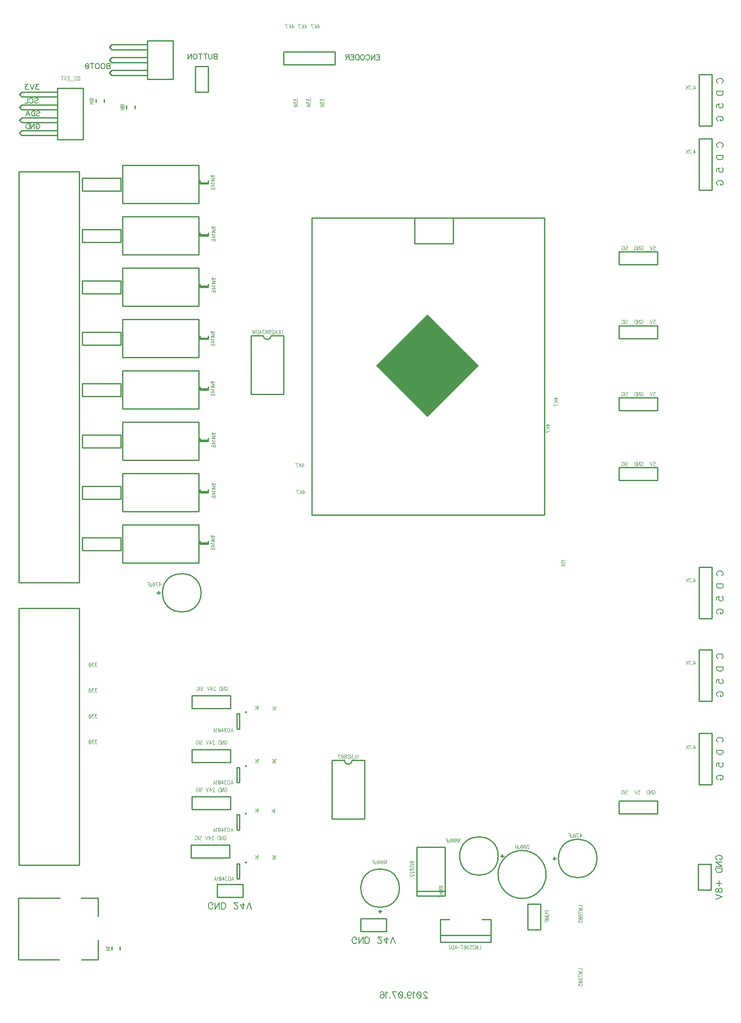
<source format=gbr>
G04 DipTrace 3.3.1.3*
G04 BottomSilk.gbr*
%MOIN*%
G04 #@! TF.FileFunction,Legend,Bot*
G04 #@! TF.Part,Single*
%ADD10C,0.009843*%
%ADD41C,0.015422*%
%ADD114C,0.004632*%
%ADD115C,0.00772*%
%ADD116C,0.006176*%
%FSLAX26Y26*%
G04*
G70*
G90*
G75*
G01*
G04 BotSilk*
%LPD*%
X3200630Y1231341D2*
D10*
X3224270D1*
X3212450Y1219545D2*
Y1243171D1*
X3062450Y1412451D2*
G02X3062450Y1412451I150000J0D01*
G01*
X4162311Y1650631D2*
Y1674271D1*
X4174108Y1662451D2*
X4150481D1*
X3831194D2*
G02X3831194Y1662451I150007J0D01*
G01*
X4568841Y1655521D2*
Y1631881D1*
X4557045Y1643701D2*
X4580671D1*
X4599943D2*
G02X4599943Y1643701I150007J0D01*
G01*
X1487590Y3724270D2*
Y3700630D1*
X1475794Y3712450D2*
X1499421D1*
X1518692D2*
G02X1518692Y3712450I150007J0D01*
G01*
X3495965Y1350515D2*
Y1728619D1*
X3716437Y1350515D2*
Y1728619D1*
X3495965Y1350515D2*
X3716437D1*
X3495965Y1700759D2*
Y1732027D1*
X3716437D1*
Y1700759D1*
Y1389706D2*
X3495965D1*
X1875165Y6899539D2*
Y6923098D1*
X1812236Y6899539D2*
Y6923098D1*
Y6906954D2*
X1875165D1*
X1812236Y6899505D2*
X1875165D1*
Y6493289D2*
Y6516848D1*
X1812236Y6493289D2*
Y6516848D1*
Y6500703D2*
X1875165D1*
X1812236Y6493254D2*
X1875165D1*
Y6093289D2*
Y6116848D1*
X1812236Y6093289D2*
Y6116848D1*
Y6100703D2*
X1875165D1*
X1812236Y6093254D2*
X1875165D1*
Y5689303D2*
Y5712862D1*
X1812236Y5689303D2*
Y5712862D1*
Y5696717D2*
X1875165D1*
X1812236Y5689269D2*
X1875165D1*
Y5293289D2*
Y5316848D1*
X1812236Y5293289D2*
Y5316848D1*
Y5300703D2*
X1875165D1*
X1812236Y5293254D2*
X1875165D1*
Y4893290D2*
Y4916849D1*
X1812236Y4893290D2*
Y4916849D1*
Y4900704D2*
X1875165D1*
X1812236Y4893255D2*
X1875165D1*
Y4493289D2*
Y4516848D1*
X1812236Y4493289D2*
Y4516848D1*
Y4500703D2*
X1875165D1*
X1812236Y4493254D2*
X1875165D1*
Y4093289D2*
Y4116848D1*
X1812236Y4093289D2*
Y4116848D1*
Y4100703D2*
X1875165D1*
X1812236Y4093254D2*
X1875165D1*
X872441Y1593701D2*
X400000D1*
Y3593701D1*
X872441D1*
Y1593701D1*
X1599950Y7712455D2*
X1399952D1*
Y8012424D1*
X1599950D1*
Y7712455D1*
X1399952Y7743739D2*
X1124974D1*
X1399952Y7781184D2*
X1124974D1*
Y7743739D2*
X1105029Y7762461D1*
X1124974Y7781184D2*
X1105029Y7762461D1*
X1399952Y7843683D2*
X1124974D1*
X1399952Y7881196D2*
X1124974D1*
Y7843683D2*
X1105029Y7862473D1*
X1124974Y7881196D2*
X1105029Y7862473D1*
X1399952Y7943695D2*
X1124974D1*
X1399952Y7981208D2*
X1124974D1*
Y7943695D2*
X1105029Y7962418D1*
X1124974Y7981208D2*
X1105029Y7962418D1*
X899951Y7243699D2*
X699954D1*
Y7643729D1*
X899951D1*
Y7243699D1*
X699954Y7274970D2*
X424976D1*
X699954Y7312484D2*
X424976D1*
Y7274970D2*
X405030Y7293655D1*
X424976Y7312484D2*
X405030Y7293655D1*
X699954Y7374929D2*
X424976D1*
X699954Y7412492D2*
X424976D1*
Y7374929D2*
X405030Y7393662D1*
X424976Y7412492D2*
X405030Y7393662D1*
X699954Y7474936D2*
X424976D1*
X699954Y7512499D2*
X424976D1*
Y7474936D2*
X405030Y7493670D1*
X424976Y7512499D2*
X405030Y7493670D1*
X699954Y7574943D2*
X424976D1*
X699954Y7612458D2*
X424976D1*
Y7574943D2*
X405030Y7593677D1*
X424976Y7612458D2*
X405030Y7593677D1*
X2862469Y7924953D2*
X2462434D1*
Y7824948D1*
X2862469D1*
Y7924953D1*
X5793702Y7349934D2*
X5693697D1*
Y7749969D1*
X5793702D1*
Y7349934D1*
X5793703Y2218683D2*
X5693698D1*
Y2618719D1*
X5793703D1*
Y2218683D1*
X1774949Y7812463D2*
X1874954D1*
Y7612440D1*
X1774949D1*
Y7812463D1*
X5793702Y3512432D2*
X5693697D1*
Y3912468D1*
X5793702D1*
Y3512432D1*
Y2868683D2*
X5693697D1*
Y3268719D1*
X5793702D1*
Y2868683D1*
Y6849932D2*
X5693697D1*
Y7249968D1*
X5793702D1*
Y6849932D1*
X3262462Y1174954D2*
X3062438D1*
Y1074949D1*
X3262462D1*
Y1174954D1*
X4462453Y1087440D2*
X4362448D1*
Y1287463D1*
X4462453D1*
Y1087440D1*
X2143713Y1443703D2*
X1943689D1*
Y1343698D1*
X2143713D1*
Y1443703D1*
X5371019Y4687457D2*
X5071057D1*
Y4587451D1*
X5371019D1*
Y4687457D1*
Y5232781D2*
X5071057D1*
Y5132776D1*
X5371019D1*
Y5232781D1*
Y6368706D2*
X5071057D1*
Y6268701D1*
X5371019D1*
Y6368706D1*
Y5793706D2*
X5071057D1*
Y5693701D1*
X5371019D1*
Y5793706D1*
X5370257Y2093706D2*
X5070295D1*
Y1993701D1*
X5370257D1*
Y2093706D1*
X5787455Y1399938D2*
X5687450D1*
Y1599962D1*
X5787455D1*
Y1399938D1*
X1748396Y2812445D2*
X2048358D1*
Y2912450D1*
X1748396D1*
Y2812445D1*
Y2393696D2*
X2048358D1*
Y2493701D1*
X1748396D1*
Y2393696D1*
X396476Y854302D2*
Y1334674D1*
Y854302D2*
X715381D1*
X719341Y1334674D2*
X396476D1*
X888632Y854302D2*
X1018570D1*
Y1003958D1*
Y1192930D2*
Y1334674D1*
X884672D1*
X1748396Y2024946D2*
X2048358D1*
Y2124951D1*
X1748396D1*
Y2024946D1*
X1742145Y1649945D2*
X2042107D1*
Y1749950D1*
X1742145D1*
Y1649945D1*
X872441Y3793701D2*
X400000D1*
Y6993701D1*
X872441D1*
Y3793701D1*
X1193682Y6943706D2*
X893720D1*
Y6843701D1*
X1193682D1*
Y6943706D1*
Y6543706D2*
X893720D1*
Y6443701D1*
X1193682D1*
Y6543706D1*
Y6143706D2*
X893720D1*
Y6043701D1*
X1193682D1*
Y6143706D1*
Y5743706D2*
X893720D1*
Y5643701D1*
X1193682D1*
Y5743706D1*
Y5343706D2*
X893720D1*
Y5243701D1*
X1193682D1*
Y5343706D1*
Y4943706D2*
X893720D1*
Y4843701D1*
X1193682D1*
Y4943706D1*
Y4543706D2*
X893720D1*
Y4443701D1*
X1193682D1*
Y4543706D1*
Y4143706D2*
X893720D1*
Y4043701D1*
X1193682D1*
Y4143706D1*
X1799606Y6744094D2*
X1209055D1*
Y7043307D1*
X1799606D1*
Y6744094D1*
Y6344094D2*
X1209055D1*
Y6643307D1*
X1799606D1*
Y6344094D1*
Y5944094D2*
X1209055D1*
Y6243307D1*
X1799606D1*
Y5944094D1*
Y5544094D2*
X1209055D1*
Y5843307D1*
X1799606D1*
Y5544094D1*
Y5144094D2*
X1209055D1*
Y5443307D1*
X1799606D1*
Y5144094D1*
Y4744094D2*
X1209055D1*
Y5043307D1*
X1799606D1*
Y4744094D1*
Y4344094D2*
X1209055D1*
Y4643307D1*
X1799606D1*
Y4344094D1*
Y3944094D2*
X1209055D1*
Y4243307D1*
X1799606D1*
Y3944094D1*
X4130118Y1518701D2*
G02X4130118Y1518701I187008J0D01*
G01*
D41*
X2166411Y2780604D3*
X2116269Y2771403D2*
D10*
Y2653298D1*
X2096584D1*
Y2771403D1*
X2116269D1*
D41*
X2166411Y2361853D3*
X2116269Y2352652D2*
D10*
Y2234547D1*
X2096584D1*
Y2352652D1*
X2116269D1*
D41*
X2166411Y1993102D3*
X2116269Y1983901D2*
D10*
Y1865797D1*
X2096584D1*
Y1983901D1*
X2116269D1*
D41*
X2166411Y1611852D3*
X2116269Y1602651D2*
D10*
Y1484546D1*
X2096584D1*
Y1602651D1*
X2116269D1*
X1187666Y956735D2*
Y933167D1*
X1124736Y956735D2*
Y933167D1*
X999736Y7530789D2*
Y7554348D1*
X1062665Y7530789D2*
Y7554348D1*
X1236841Y7482360D2*
Y7505926D1*
X1303710Y7482360D2*
Y7505926D1*
X2681194Y4320177D2*
X4490255D1*
Y6631201D1*
X2681194D1*
Y4320177D1*
X3481161Y6431298D2*
X3781284D1*
Y6631201D1*
X3481161D1*
Y6431298D1*
G36*
X3581202Y5081197D2*
X3181218Y5481235D1*
X3581202Y5881274D1*
X3981185Y5481235D1*
X3581202Y5081197D1*
G37*
X2459645Y5715809D2*
D10*
Y5259091D1*
X2207678Y5715809D2*
Y5259091D1*
X2459645D2*
X2207678D1*
X2459645Y5715809D2*
X2365169D1*
X2302154D2*
X2207678D1*
X2365169D2*
G02X2302154Y5715809I-31507J-6D01*
G01*
X3680709Y990453D2*
X4074409D1*
X3680709Y1167620D2*
X3751575D1*
X4003543D2*
X4074409D1*
Y990453D1*
X3680709D2*
Y1167620D1*
Y1045597D2*
X4074409D1*
X3090896Y2409560D2*
Y1952842D1*
X2838929Y2409560D2*
Y1952842D1*
X3090896D2*
X2838929D1*
X3090896Y2409560D2*
X2996419D1*
X2933405D2*
X2838929D1*
X2996419D2*
G02X2933405Y2409560I-31507J-6D01*
G01*
X3265504Y1625622D2*
D114*
X3263195Y1627081D1*
X3259747Y1631359D1*
Y1601248D1*
X3245438Y1631359D2*
X3248887Y1629933D1*
X3251195Y1625622D1*
X3252336Y1618459D1*
Y1614148D1*
X3251195Y1606985D1*
X3248887Y1602674D1*
X3245438Y1601248D1*
X3243157D1*
X3239708Y1602674D1*
X3237426Y1606985D1*
X3236259Y1614148D1*
Y1618459D1*
X3237426Y1625622D1*
X3239708Y1629933D1*
X3243157Y1631359D1*
X3245438D1*
X3237426Y1625622D2*
X3251195Y1606985D1*
X3221951Y1631359D2*
X3225399Y1629933D1*
X3227707Y1625622D1*
X3228848Y1618459D1*
Y1614148D1*
X3227707Y1606985D1*
X3225399Y1602674D1*
X3221951Y1601248D1*
X3219669D1*
X3216220Y1602674D1*
X3213939Y1606985D1*
X3212771Y1614148D1*
Y1618459D1*
X3213939Y1625622D1*
X3216220Y1629933D1*
X3219669Y1631359D1*
X3221951D1*
X3213939Y1625622D2*
X3227707Y1606985D1*
X3198463Y1631359D2*
X3201912Y1629933D1*
X3204220Y1625622D1*
X3205361Y1618459D1*
Y1614148D1*
X3204220Y1606985D1*
X3201912Y1602674D1*
X3198463Y1601248D1*
X3196181D1*
X3192733Y1602674D1*
X3190451Y1606985D1*
X3189284Y1614148D1*
Y1618459D1*
X3190451Y1625622D1*
X3192733Y1629933D1*
X3196181Y1631359D1*
X3198463D1*
X3190451Y1625622D2*
X3204220Y1606985D1*
X3181873Y1621344D2*
Y1606985D1*
X3180732Y1602707D1*
X3178424Y1601248D1*
X3174975D1*
X3172694Y1602707D1*
X3169245Y1606985D1*
Y1621344D2*
Y1601248D1*
X3146898Y1631392D2*
X3161834D1*
Y1601248D1*
Y1617033D2*
X3152655D1*
X3836954Y1794366D2*
X3834646Y1795825D1*
X3831197Y1800103D1*
Y1769992D1*
X3816888Y1800103D2*
X3820337Y1798677D1*
X3822645Y1794366D1*
X3823786Y1787203D1*
Y1782892D1*
X3822645Y1775729D1*
X3820337Y1771418D1*
X3816888Y1769992D1*
X3814607D1*
X3811158Y1771418D1*
X3808876Y1775729D1*
X3807709Y1782892D1*
Y1787203D1*
X3808876Y1794366D1*
X3811158Y1798677D1*
X3814607Y1800103D1*
X3816888D1*
X3808876Y1794366D2*
X3822645Y1775729D1*
X3793401Y1800103D2*
X3796849Y1798677D1*
X3799158Y1794366D1*
X3800298Y1787203D1*
Y1782892D1*
X3799158Y1775729D1*
X3796849Y1771418D1*
X3793401Y1769992D1*
X3791119D1*
X3787670Y1771418D1*
X3785389Y1775729D1*
X3784222Y1782892D1*
Y1787203D1*
X3785389Y1794366D1*
X3787670Y1798677D1*
X3791119Y1800103D1*
X3793401D1*
X3785389Y1794366D2*
X3799158Y1775729D1*
X3769913Y1800103D2*
X3773362Y1798677D1*
X3775670Y1794366D1*
X3776811Y1787203D1*
Y1782892D1*
X3775670Y1775729D1*
X3773362Y1771418D1*
X3769913Y1769992D1*
X3767632D1*
X3764183Y1771418D1*
X3761901Y1775729D1*
X3760734Y1782892D1*
Y1787203D1*
X3761901Y1794366D1*
X3764183Y1798677D1*
X3767632Y1800103D1*
X3769913D1*
X3761901Y1794366D2*
X3775670Y1775729D1*
X3753323Y1790088D2*
Y1775729D1*
X3752182Y1771451D1*
X3749874Y1769992D1*
X3746425D1*
X3744144Y1771451D1*
X3740695Y1775729D1*
Y1790088D2*
Y1769992D1*
X3718348Y1800136D2*
X3733284D1*
Y1769992D1*
Y1785777D2*
X3724105D1*
X3676010Y1435107D2*
X3674550Y1432799D1*
X3670273Y1429351D1*
X3700383D1*
X3670273Y1415042D2*
X3671699Y1418491D1*
X3676010Y1420799D1*
X3683172Y1421940D1*
X3687484D1*
X3694646Y1420799D1*
X3698957Y1418491D1*
X3700383Y1415042D1*
Y1412761D1*
X3698957Y1409312D1*
X3694646Y1407030D1*
X3687484Y1405863D1*
X3683173D1*
X3676010Y1407030D1*
X3671699Y1409312D1*
X3670273Y1412761D1*
Y1415042D1*
X3676010Y1407030D2*
X3694646Y1420799D1*
X3670273Y1391555D2*
X3671699Y1395003D1*
X3676010Y1397311D1*
X3683173Y1398452D1*
X3687484D1*
X3694646Y1397311D1*
X3698957Y1395003D1*
X3700383Y1391554D1*
Y1389273D1*
X3698957Y1385824D1*
X3694646Y1383543D1*
X3687484Y1382375D1*
X3683173D1*
X3676010Y1383543D1*
X3671699Y1385824D1*
X3670273Y1389273D1*
Y1391555D1*
X3676010Y1383543D2*
X3694646Y1397311D1*
X3680287Y1374965D2*
X3700383D1*
X3686024D2*
X3681713Y1371516D1*
X3680287Y1369208D1*
Y1365785D1*
X3681713Y1363477D1*
X3686024Y1362337D1*
X3700383D1*
X3670239Y1339990D2*
Y1354926D1*
X3700383D1*
X3684598D2*
Y1345747D1*
X4770303Y1807491D2*
Y1837601D1*
X4781791Y1817539D1*
X4764573D1*
X4752573Y1807491D2*
X4741085Y1837601D1*
X4757162D1*
X4726777D2*
X4730226Y1836176D1*
X4732534Y1831864D1*
X4733675Y1824702D1*
Y1820391D1*
X4732534Y1813228D1*
X4730226Y1808917D1*
X4726777Y1807491D1*
X4724495D1*
X4721047Y1808917D1*
X4718765Y1813228D1*
X4717598Y1820391D1*
Y1824702D1*
X4718765Y1831864D1*
X4721047Y1836176D1*
X4724495Y1837601D1*
X4726777D1*
X4718765Y1831864D2*
X4732534Y1813228D1*
X4710187Y1827587D2*
Y1813228D1*
X4709046Y1808950D1*
X4706738Y1807491D1*
X4703289D1*
X4701008Y1808950D1*
X4697559Y1813228D1*
Y1827587D2*
Y1807491D1*
X4675212Y1837635D2*
X4690148D1*
Y1807491D1*
Y1823276D2*
X4680969D1*
X1495303Y3763740D2*
Y3793851D1*
X1506791Y3773788D1*
X1489573D1*
X1477573Y3763740D2*
X1466085Y3793851D1*
X1482162D1*
X1451777D2*
X1455226Y3792425D1*
X1457534Y3788114D1*
X1458675Y3780951D1*
Y3776640D1*
X1457534Y3769477D1*
X1455226Y3765166D1*
X1451777Y3763740D1*
X1449495D1*
X1446047Y3765166D1*
X1443765Y3769477D1*
X1442598Y3776640D1*
Y3780951D1*
X1443765Y3788114D1*
X1446047Y3792425D1*
X1449495Y3793851D1*
X1451777D1*
X1443765Y3788114D2*
X1457534Y3769477D1*
X1435187Y3783836D2*
Y3769477D1*
X1434046Y3765199D1*
X1431738Y3763740D1*
X1428289D1*
X1426008Y3765199D1*
X1422559Y3769477D1*
Y3783836D2*
Y3763740D1*
X1400212Y3793884D2*
X1415148D1*
Y3763740D1*
Y3779525D2*
X1405969D1*
X3449286Y1627135D2*
X3447827Y1624827D1*
X3443549Y1621379D1*
X3473660D1*
X3443516Y1597891D2*
X3473660D1*
X3443516Y1613968D1*
X3473660D1*
X3443550Y1576711D2*
X3443549Y1588172D1*
X3456449Y1589313D1*
X3455023Y1588172D1*
X3453564Y1584723D1*
Y1581301D1*
X3455023Y1577852D1*
X3457875Y1575544D1*
X3462186Y1574403D1*
X3465038D1*
X3469349Y1575544D1*
X3472234Y1577852D1*
X3473660Y1581301D1*
Y1584723D1*
X3472234Y1588172D1*
X3470775Y1589313D1*
X3467923Y1590480D1*
X3443550Y1561262D2*
X3444975Y1564684D1*
X3447827Y1565852D1*
X3450712D1*
X3453564Y1564684D1*
X3455023Y1562403D1*
X3456449Y1557813D1*
X3457875Y1554365D1*
X3460760Y1552083D1*
X3463612Y1550942D1*
X3467923D1*
X3470775Y1552083D1*
X3472234Y1553224D1*
X3473660Y1556673D1*
Y1561262D1*
X3472234Y1564684D1*
X3470775Y1565852D1*
X3467923Y1566992D1*
X3463612D1*
X3460760Y1565852D1*
X3457875Y1563544D1*
X3456449Y1560121D1*
X3455023Y1555532D1*
X3453564Y1553224D1*
X3450712Y1552083D1*
X3447827D1*
X3444975Y1553224D1*
X3443550Y1556673D1*
Y1561262D1*
X3450712Y1542364D2*
X3449286D1*
X3446401Y1541223D1*
X3444975Y1540083D1*
X3443550Y1537775D1*
Y1533185D1*
X3444975Y1530903D1*
X3446401Y1529763D1*
X3449286Y1528595D1*
X3452138D1*
X3455023Y1529763D1*
X3459301Y1532044D1*
X3473660Y1543531D1*
Y1527455D1*
X3450712Y1518877D2*
X3449286D1*
X3446401Y1517736D1*
X3444975Y1516595D1*
X3443549Y1514287D1*
Y1509697D1*
X3444975Y1507416D1*
X3446401Y1506275D1*
X3449286Y1505108D1*
X3452138D1*
X3455023Y1506275D1*
X3459301Y1508557D1*
X3473660Y1520044D1*
Y1503967D1*
X1901353Y6968884D2*
X1899894Y6966576D1*
X1895616Y6963127D1*
X1925727D1*
X1895583Y6939639D2*
X1925727D1*
X1895583Y6955716D1*
X1925727D1*
Y6920741D2*
X1895616D1*
X1915679Y6932229D1*
Y6915011D1*
X1901353Y6907600D2*
X1899894Y6905292D1*
X1895616Y6901843D1*
X1925727D1*
Y6882945D2*
X1895616D1*
X1915679Y6894433D1*
Y6877215D1*
X1895616Y6864074D2*
X1897042Y6867496D1*
X1899894Y6868663D1*
X1902779D1*
X1905631Y6867496D1*
X1907090Y6865215D1*
X1908516Y6860625D1*
X1909942Y6857176D1*
X1912827Y6854895D1*
X1915679Y6853754D1*
X1919990D1*
X1922842Y6854895D1*
X1924301Y6856035D1*
X1925727Y6859484D1*
Y6864074D1*
X1924301Y6867496D1*
X1922842Y6868663D1*
X1919990Y6869804D1*
X1915679D1*
X1912827Y6868663D1*
X1909942Y6866355D1*
X1908516Y6862933D1*
X1907090Y6858344D1*
X1905631Y6856035D1*
X1902779Y6854895D1*
X1899894D1*
X1897042Y6856035D1*
X1895616Y6859484D1*
Y6864074D1*
X1907604Y6568883D2*
X1906145Y6566575D1*
X1901867Y6563126D1*
X1931978D1*
X1901834Y6539638D2*
X1931978D1*
X1901834Y6555715D1*
X1931978D1*
Y6520740D2*
X1901867D1*
X1921930Y6532227D1*
Y6515010D1*
X1907604Y6507599D2*
X1906145Y6505291D1*
X1901867Y6501842D1*
X1931978D1*
Y6482944D2*
X1901867D1*
X1921930Y6494431D1*
Y6477214D1*
X1901867Y6464073D2*
X1903293Y6467495D1*
X1906145Y6468662D1*
X1909030D1*
X1911882Y6467495D1*
X1913341Y6465213D1*
X1914767Y6460624D1*
X1916193Y6457175D1*
X1919078Y6454893D1*
X1921930Y6453753D1*
X1926241D1*
X1929093Y6454893D1*
X1930552Y6456034D1*
X1931978Y6459483D1*
Y6464073D1*
X1930552Y6467495D1*
X1929093Y6468662D1*
X1926241Y6469803D1*
X1921930D1*
X1919078Y6468662D1*
X1916193Y6466354D1*
X1914767Y6462932D1*
X1913341Y6458342D1*
X1911882Y6456034D1*
X1909030Y6454893D1*
X1906145D1*
X1903293Y6456034D1*
X1901867Y6459483D1*
Y6464073D1*
X1907604Y6168884D2*
X1906145Y6166576D1*
X1901867Y6163127D1*
X1931978D1*
X1901834Y6139639D2*
X1931978D1*
X1901834Y6155716D1*
X1931978D1*
Y6120741D2*
X1901867D1*
X1921930Y6132229D1*
Y6115011D1*
X1907604Y6107600D2*
X1906145Y6105292D1*
X1901867Y6101843D1*
X1931978D1*
Y6082945D2*
X1901867D1*
X1921930Y6094433D1*
Y6077215D1*
X1901867Y6064074D2*
X1903293Y6067496D1*
X1906145Y6068663D1*
X1909030D1*
X1911882Y6067496D1*
X1913341Y6065215D1*
X1914767Y6060625D1*
X1916193Y6057176D1*
X1919078Y6054895D1*
X1921930Y6053754D1*
X1926241D1*
X1929093Y6054895D1*
X1930552Y6056035D1*
X1931978Y6059484D1*
Y6064074D1*
X1930552Y6067496D1*
X1929093Y6068663D1*
X1926241Y6069804D1*
X1921930D1*
X1919078Y6068663D1*
X1916193Y6066355D1*
X1914767Y6062933D1*
X1913341Y6058344D1*
X1911882Y6056035D1*
X1909030Y6054895D1*
X1906145D1*
X1903293Y6056035D1*
X1901867Y6059484D1*
Y6064074D1*
X1901353Y5752398D2*
X1899894Y5750090D1*
X1895616Y5746642D1*
X1925727D1*
X1895583Y5723154D2*
X1925727D1*
X1895583Y5739231D1*
X1925727D1*
Y5704256D2*
X1895616D1*
X1915679Y5715743D1*
Y5698526D1*
X1901353Y5691115D2*
X1899894Y5688807D1*
X1895616Y5685358D1*
X1925727D1*
Y5666460D2*
X1895616D1*
X1915679Y5677947D1*
Y5660729D1*
X1895616Y5647588D2*
X1897042Y5651011D1*
X1899894Y5652178D1*
X1902779D1*
X1905631Y5651011D1*
X1907090Y5648729D1*
X1908516Y5644139D1*
X1909942Y5640691D1*
X1912827Y5638409D1*
X1915679Y5637268D1*
X1919990D1*
X1922842Y5638409D1*
X1924301Y5639550D1*
X1925727Y5642999D1*
Y5647588D1*
X1924301Y5651011D1*
X1922842Y5652178D1*
X1919990Y5653319D1*
X1915679D1*
X1912827Y5652178D1*
X1909942Y5649870D1*
X1908516Y5646448D1*
X1907090Y5641858D1*
X1905631Y5639550D1*
X1902779Y5638409D1*
X1899894D1*
X1897042Y5639550D1*
X1895616Y5642999D1*
Y5647588D1*
X1901353Y5362633D2*
X1899894Y5360325D1*
X1895616Y5356876D1*
X1925727D1*
X1895583Y5333389D2*
X1925727D1*
X1895583Y5349466D1*
X1925727D1*
Y5314491D2*
X1895616D1*
X1915679Y5325978D1*
Y5308760D1*
X1901353Y5301350D2*
X1899894Y5299042D1*
X1895616Y5295593D1*
X1925727D1*
Y5276695D2*
X1895616D1*
X1915679Y5288182D1*
Y5270964D1*
X1895616Y5257823D2*
X1897042Y5261246D1*
X1899894Y5262413D1*
X1902779D1*
X1905631Y5261245D1*
X1907090Y5258964D1*
X1908516Y5254374D1*
X1909942Y5250926D1*
X1912827Y5248644D1*
X1915679Y5247503D1*
X1919990D1*
X1922842Y5248644D1*
X1924301Y5249785D1*
X1925727Y5253234D1*
Y5257823D1*
X1924301Y5261245D1*
X1922842Y5262413D1*
X1919990Y5263554D1*
X1915679D1*
X1912827Y5262413D1*
X1909942Y5260105D1*
X1908516Y5256682D1*
X1907090Y5252093D1*
X1905631Y5249785D1*
X1902779Y5248644D1*
X1899894D1*
X1897042Y5249785D1*
X1895616Y5253234D1*
Y5257823D1*
X1907604Y4962635D2*
X1906145Y4960327D1*
X1901867Y4956878D1*
X1931978D1*
X1901834Y4933390D2*
X1931978D1*
X1901834Y4949467D1*
X1931978D1*
Y4914492D2*
X1901867D1*
X1921930Y4925979D1*
Y4908762D1*
X1907604Y4901351D2*
X1906145Y4899043D1*
X1901867Y4895594D1*
X1931978D1*
Y4876696D2*
X1901867D1*
X1921930Y4888183D1*
Y4870966D1*
X1901867Y4857825D2*
X1903293Y4861247D1*
X1906145Y4862414D1*
X1909030D1*
X1911882Y4861247D1*
X1913341Y4858965D1*
X1914767Y4854376D1*
X1916193Y4850927D1*
X1919078Y4848645D1*
X1921930Y4847505D1*
X1926241D1*
X1929093Y4848645D1*
X1930552Y4849786D1*
X1931978Y4853235D1*
Y4857824D1*
X1930552Y4861247D1*
X1929093Y4862414D1*
X1926241Y4863555D1*
X1921930D1*
X1919078Y4862414D1*
X1916193Y4860106D1*
X1914767Y4856684D1*
X1913341Y4852094D1*
X1911882Y4849786D1*
X1909030Y4848645D1*
X1906145D1*
X1903293Y4849786D1*
X1901867Y4853235D1*
Y4857825D1*
X1907604Y4568883D2*
X1906145Y4566575D1*
X1901867Y4563126D1*
X1931978D1*
X1901834Y4539638D2*
X1931978D1*
X1901834Y4555715D1*
X1931978D1*
Y4520740D2*
X1901867D1*
X1921930Y4532227D1*
Y4515010D1*
X1907604Y4507599D2*
X1906145Y4505291D1*
X1901867Y4501842D1*
X1931978D1*
Y4482944D2*
X1901867D1*
X1921930Y4494431D1*
Y4477214D1*
X1901867Y4464073D2*
X1903293Y4467495D1*
X1906145Y4468662D1*
X1909030D1*
X1911882Y4467495D1*
X1913341Y4465213D1*
X1914767Y4460624D1*
X1916193Y4457175D1*
X1919078Y4454893D1*
X1921930Y4453753D1*
X1926241D1*
X1929093Y4454893D1*
X1930552Y4456034D1*
X1931978Y4459483D1*
Y4464073D1*
X1930552Y4467495D1*
X1929093Y4468662D1*
X1926241Y4469803D1*
X1921930D1*
X1919078Y4468662D1*
X1916193Y4466354D1*
X1914767Y4462932D1*
X1913341Y4458342D1*
X1911882Y4456034D1*
X1909030Y4454893D1*
X1906145D1*
X1903293Y4456034D1*
X1901867Y4459483D1*
Y4464073D1*
X1901353Y4162633D2*
X1899894Y4160325D1*
X1895616Y4156876D1*
X1925727D1*
X1895583Y4133389D2*
X1925727D1*
X1895583Y4149466D1*
X1925727D1*
Y4114491D2*
X1895616D1*
X1915679Y4125978D1*
Y4108760D1*
X1901353Y4101350D2*
X1899894Y4099042D1*
X1895616Y4095593D1*
X1925727D1*
Y4076695D2*
X1895616D1*
X1915679Y4088182D1*
Y4070964D1*
X1895616Y4057823D2*
X1897042Y4061246D1*
X1899894Y4062413D1*
X1902779D1*
X1905631Y4061245D1*
X1907090Y4058964D1*
X1908516Y4054374D1*
X1909942Y4050926D1*
X1912827Y4048644D1*
X1915679Y4047503D1*
X1919990D1*
X1922842Y4048644D1*
X1924301Y4049785D1*
X1925727Y4053234D1*
Y4057823D1*
X1924301Y4061245D1*
X1922842Y4062413D1*
X1919990Y4063554D1*
X1915679D1*
X1912827Y4062413D1*
X1909942Y4060105D1*
X1908516Y4056682D1*
X1907090Y4052093D1*
X1905631Y4049785D1*
X1902779Y4048644D1*
X1899894D1*
X1897042Y4049785D1*
X1895616Y4053234D1*
Y4057823D1*
X875806Y7734070D2*
Y7703926D1*
X867228Y7726874D2*
Y7728300D1*
X866087Y7731185D1*
X864946Y7732611D1*
X862638Y7734037D1*
X858048D1*
X855767Y7732611D1*
X854626Y7731185D1*
X853459Y7728300D1*
Y7725448D1*
X854626Y7722563D1*
X856908Y7718285D1*
X868395Y7703926D1*
X852318D1*
X827690Y7726907D2*
X828830Y7729759D1*
X831138Y7732644D1*
X833420Y7734070D1*
X838010D1*
X840318Y7732644D1*
X842599Y7729759D1*
X843766Y7726907D1*
X844907Y7722596D1*
Y7715400D1*
X843766Y7711122D1*
X842599Y7708237D1*
X840318Y7705385D1*
X838010Y7703926D1*
X833420D1*
X831138Y7705385D1*
X828830Y7708237D1*
X827690Y7711122D1*
X820279Y7698951D2*
X798472D1*
X776151Y7734070D2*
X791061D1*
Y7703926D1*
X776151D1*
X791061Y7719711D2*
X781882D1*
X768740Y7734070D2*
X752664Y7703926D1*
Y7734070D2*
X768740Y7703926D1*
X737214Y7734070D2*
Y7703926D1*
X745253Y7734070D2*
X729176D1*
X4509299Y1238111D2*
Y1227765D1*
X4507873Y1224343D1*
X4506414Y1223175D1*
X4503562Y1222035D1*
X4499251D1*
X4496399Y1223175D1*
X4494940Y1224343D1*
X4493514Y1227765D1*
Y1238111D1*
X4523658D1*
X4493514Y1214624D2*
X4515036D1*
X4519347Y1213483D1*
X4522199Y1211175D1*
X4523658Y1207726D1*
Y1205445D1*
X4522199Y1201996D1*
X4519347Y1199688D1*
X4515036Y1198547D1*
X4493514D1*
X4523658Y1172778D2*
X4493514D1*
X4523658Y1181957D1*
X4493514Y1191136D1*
X4523658D1*
X4509299Y1165367D2*
Y1155021D1*
X4507873Y1151598D1*
X4506414Y1150431D1*
X4503562Y1149290D1*
X4499251D1*
X4496399Y1150431D1*
X4494940Y1151598D1*
X4493514Y1155021D1*
Y1165367D1*
X4523658D1*
X5338415Y4731357D2*
X5349875D1*
X5351016Y4718457D1*
X5349875Y4719883D1*
X5346426Y4721343D1*
X5343004D1*
X5339555Y4719883D1*
X5337247Y4717032D1*
X5336106Y4712720D1*
Y4709869D1*
X5337247Y4705558D1*
X5339555Y4702672D1*
X5343004Y4701247D1*
X5346426D1*
X5349875Y4702672D1*
X5351016Y4704132D1*
X5352183Y4706984D1*
X5328696Y4731391D2*
X5319516Y4701247D1*
X5310337Y4731391D1*
X5239052Y4724228D2*
X5240193Y4727080D1*
X5242501Y4729965D1*
X5244782Y4731391D1*
X5249372D1*
X5251680Y4729965D1*
X5253961Y4727080D1*
X5255129Y4724228D1*
X5256270Y4719917D1*
Y4712720D1*
X5255129Y4708443D1*
X5253961Y4705558D1*
X5251680Y4702706D1*
X5249372Y4701247D1*
X5244782D1*
X5242501Y4702706D1*
X5240193Y4705558D1*
X5239052Y4708443D1*
Y4712720D1*
X5244782D1*
X5215564Y4731391D2*
Y4701247D1*
X5231641Y4731391D1*
Y4701247D1*
X5208153Y4731391D2*
Y4701247D1*
X5200115D1*
X5196666Y4702706D1*
X5194358Y4705558D1*
X5193217Y4708443D1*
X5192077Y4712720D1*
Y4719917D1*
X5193217Y4724228D1*
X5194358Y4727080D1*
X5196666Y4729965D1*
X5200115Y4731391D1*
X5208153D1*
X5121932Y4727080D2*
X5124214Y4729965D1*
X5127662Y4731391D1*
X5132252D1*
X5135701Y4729965D1*
X5138009Y4727080D1*
Y4724228D1*
X5136842Y4721343D1*
X5135701Y4719917D1*
X5133419Y4718491D1*
X5126522Y4715606D1*
X5124214Y4714180D1*
X5123073Y4712720D1*
X5121932Y4709869D1*
Y4705558D1*
X5124214Y4702706D1*
X5127662Y4701247D1*
X5132252D1*
X5135701Y4702706D1*
X5138009Y4705558D1*
X5114521Y4731391D2*
Y4701247D1*
X5089893Y4724228D2*
X5091034Y4727080D1*
X5093342Y4729965D1*
X5095623Y4731391D1*
X5100213D1*
X5102521Y4729965D1*
X5104802Y4727080D1*
X5105970Y4724228D1*
X5107110Y4719917D1*
Y4712720D1*
X5105970Y4708443D1*
X5104802Y4705558D1*
X5102521Y4702706D1*
X5100213Y4701247D1*
X5095623D1*
X5093342Y4702706D1*
X5091034Y4705558D1*
X5089893Y4708443D1*
Y4712720D1*
X5095623D1*
X5338415Y5276682D2*
X5349875D1*
X5351016Y5263782D1*
X5349875Y5265208D1*
X5346426Y5266667D1*
X5343004D1*
X5339555Y5265208D1*
X5337247Y5262356D1*
X5336106Y5258045D1*
Y5255193D1*
X5337247Y5250882D1*
X5339555Y5247997D1*
X5343004Y5246571D1*
X5346426D1*
X5349875Y5247997D1*
X5351016Y5249456D1*
X5352183Y5252308D1*
X5328696Y5276715D2*
X5319516Y5246571D1*
X5310337Y5276715D1*
X5239052Y5269552D2*
X5240193Y5272404D1*
X5242501Y5275289D1*
X5244782Y5276715D1*
X5249372D1*
X5251680Y5275289D1*
X5253961Y5272404D1*
X5255129Y5269552D1*
X5256270Y5265241D1*
Y5258045D1*
X5255129Y5253767D1*
X5253961Y5250882D1*
X5251680Y5248030D1*
X5249372Y5246571D1*
X5244782D1*
X5242501Y5248030D1*
X5240193Y5250882D1*
X5239052Y5253767D1*
Y5258045D1*
X5244782D1*
X5215564Y5276715D2*
Y5246571D1*
X5231641Y5276715D1*
Y5246571D1*
X5208153Y5276715D2*
Y5246571D1*
X5200115D1*
X5196666Y5248030D1*
X5194358Y5250882D1*
X5193217Y5253767D1*
X5192077Y5258045D1*
Y5265241D1*
X5193217Y5269552D1*
X5194358Y5272404D1*
X5196666Y5275289D1*
X5200115Y5276715D1*
X5208153D1*
X5121932Y5272404D2*
X5124214Y5275289D1*
X5127662Y5276715D1*
X5132252D1*
X5135701Y5275289D1*
X5138009Y5272404D1*
Y5269552D1*
X5136842Y5266667D1*
X5135701Y5265241D1*
X5133419Y5263815D1*
X5126522Y5260930D1*
X5124214Y5259504D1*
X5123073Y5258045D1*
X5121932Y5255193D1*
Y5250882D1*
X5124214Y5248030D1*
X5127662Y5246571D1*
X5132252D1*
X5135701Y5248030D1*
X5138009Y5250882D1*
X5114521Y5276715D2*
Y5246571D1*
X5089893Y5269552D2*
X5091034Y5272404D1*
X5093342Y5275289D1*
X5095623Y5276715D1*
X5100213D1*
X5102521Y5275289D1*
X5104802Y5272404D1*
X5105970Y5269552D1*
X5107110Y5265241D1*
Y5258045D1*
X5105970Y5253767D1*
X5104802Y5250882D1*
X5102521Y5248030D1*
X5100213Y5246571D1*
X5095623D1*
X5093342Y5248030D1*
X5091034Y5250882D1*
X5089893Y5253767D1*
Y5258045D1*
X5095623D1*
X5338415Y6412607D2*
X5349875D1*
X5351016Y6399707D1*
X5349875Y6401133D1*
X5346426Y6402592D1*
X5343004D1*
X5339555Y6401133D1*
X5337247Y6398281D1*
X5336106Y6393970D1*
Y6391118D1*
X5337247Y6386807D1*
X5339555Y6383922D1*
X5343004Y6382496D1*
X5346426D1*
X5349875Y6383922D1*
X5351016Y6385381D1*
X5352183Y6388233D1*
X5328696Y6412640D2*
X5319516Y6382496D1*
X5310337Y6412640D1*
X5239052Y6405477D2*
X5240193Y6408329D1*
X5242501Y6411214D1*
X5244782Y6412640D1*
X5249372D1*
X5251680Y6411214D1*
X5253961Y6408329D1*
X5255129Y6405477D1*
X5256270Y6401166D1*
Y6393970D1*
X5255129Y6389692D1*
X5253961Y6386807D1*
X5251680Y6383955D1*
X5249372Y6382496D1*
X5244782D1*
X5242501Y6383955D1*
X5240193Y6386807D1*
X5239052Y6389692D1*
Y6393970D1*
X5244782D1*
X5215564Y6412640D2*
Y6382496D1*
X5231641Y6412640D1*
Y6382496D1*
X5208153Y6412640D2*
Y6382496D1*
X5200115D1*
X5196666Y6383955D1*
X5194358Y6386807D1*
X5193217Y6389692D1*
X5192077Y6393970D1*
Y6401166D1*
X5193217Y6405477D1*
X5194358Y6408329D1*
X5196666Y6411214D1*
X5200115Y6412640D1*
X5208153D1*
X5121932Y6408329D2*
X5124214Y6411214D1*
X5127662Y6412640D1*
X5132252D1*
X5135701Y6411214D1*
X5138009Y6408329D1*
Y6405477D1*
X5136842Y6402592D1*
X5135701Y6401166D1*
X5133419Y6399740D1*
X5126522Y6396855D1*
X5124214Y6395429D1*
X5123073Y6393970D1*
X5121932Y6391118D1*
Y6386807D1*
X5124214Y6383955D1*
X5127662Y6382496D1*
X5132252D1*
X5135701Y6383955D1*
X5138009Y6386807D1*
X5114521Y6412640D2*
Y6382496D1*
X5089893Y6405477D2*
X5091034Y6408329D1*
X5093342Y6411214D1*
X5095623Y6412640D1*
X5100213D1*
X5102521Y6411214D1*
X5104802Y6408329D1*
X5105970Y6405477D1*
X5107110Y6401166D1*
Y6393970D1*
X5105970Y6389692D1*
X5104802Y6386807D1*
X5102521Y6383955D1*
X5100213Y6382496D1*
X5095623D1*
X5093342Y6383955D1*
X5091034Y6386807D1*
X5089893Y6389692D1*
Y6393970D1*
X5095623D1*
X5338415Y5837607D2*
X5349875D1*
X5351016Y5824707D1*
X5349875Y5826133D1*
X5346426Y5827592D1*
X5343004D1*
X5339555Y5826133D1*
X5337247Y5823281D1*
X5336106Y5818970D1*
Y5816118D1*
X5337247Y5811807D1*
X5339555Y5808922D1*
X5343004Y5807496D1*
X5346426D1*
X5349875Y5808922D1*
X5351016Y5810381D1*
X5352183Y5813233D1*
X5328696Y5837640D2*
X5319516Y5807496D1*
X5310337Y5837640D1*
X5239052Y5830477D2*
X5240193Y5833329D1*
X5242501Y5836214D1*
X5244782Y5837640D1*
X5249372D1*
X5251680Y5836214D1*
X5253961Y5833329D1*
X5255129Y5830477D1*
X5256270Y5826166D1*
Y5818970D1*
X5255129Y5814692D1*
X5253961Y5811807D1*
X5251680Y5808955D1*
X5249372Y5807496D1*
X5244782D1*
X5242501Y5808955D1*
X5240193Y5811807D1*
X5239052Y5814692D1*
Y5818970D1*
X5244782D1*
X5215564Y5837640D2*
Y5807496D1*
X5231641Y5837640D1*
Y5807496D1*
X5208153Y5837640D2*
Y5807496D1*
X5200115D1*
X5196666Y5808955D1*
X5194358Y5811807D1*
X5193217Y5814692D1*
X5192077Y5818970D1*
Y5826166D1*
X5193217Y5830477D1*
X5194358Y5833329D1*
X5196666Y5836214D1*
X5200115Y5837640D1*
X5208153D1*
X5121932Y5833329D2*
X5124214Y5836214D1*
X5127662Y5837640D1*
X5132252D1*
X5135701Y5836214D1*
X5138009Y5833329D1*
Y5830477D1*
X5136842Y5827592D1*
X5135701Y5826166D1*
X5133419Y5824740D1*
X5126522Y5821855D1*
X5124214Y5820429D1*
X5123073Y5818970D1*
X5121932Y5816118D1*
Y5811807D1*
X5124214Y5808955D1*
X5127662Y5807496D1*
X5132252D1*
X5135701Y5808955D1*
X5138009Y5811807D1*
X5114521Y5837640D2*
Y5807496D1*
X5089893Y5830477D2*
X5091034Y5833329D1*
X5093342Y5836214D1*
X5095623Y5837640D1*
X5100213D1*
X5102521Y5836214D1*
X5104802Y5833329D1*
X5105970Y5830477D1*
X5107110Y5826166D1*
Y5818970D1*
X5105970Y5814692D1*
X5104802Y5811807D1*
X5102521Y5808955D1*
X5100213Y5807496D1*
X5095623D1*
X5093342Y5808955D1*
X5091034Y5811807D1*
X5089893Y5814692D1*
Y5818970D1*
X5095623D1*
X5334203Y2167977D2*
X5335344Y2170829D1*
X5337652Y2173714D1*
X5339934Y2175140D1*
X5344523D1*
X5346831Y2173714D1*
X5349113Y2170829D1*
X5350280Y2167977D1*
X5351421Y2163666D1*
Y2156470D1*
X5350280Y2152192D1*
X5349113Y2149307D1*
X5346831Y2146455D1*
X5344523Y2144996D1*
X5339934D1*
X5337652Y2146455D1*
X5335344Y2149307D1*
X5334203Y2152192D1*
Y2156470D1*
X5339934D1*
X5310716Y2175140D2*
Y2144996D1*
X5326792Y2175140D1*
Y2144996D1*
X5303305Y2175140D2*
Y2144996D1*
X5295266D1*
X5291818Y2146455D1*
X5289509Y2149307D1*
X5288369Y2152192D1*
X5287228Y2156470D1*
Y2163666D1*
X5288369Y2167977D1*
X5289509Y2170829D1*
X5291818Y2173714D1*
X5295266Y2175140D1*
X5303305D1*
X5219391Y2175107D2*
X5230852D1*
X5231993Y2162207D1*
X5230852Y2163633D1*
X5227403Y2165092D1*
X5223981D1*
X5220532Y2163633D1*
X5218224Y2160781D1*
X5217083Y2156470D1*
Y2153618D1*
X5218224Y2149307D1*
X5220532Y2146422D1*
X5223981Y2144996D1*
X5227403D1*
X5230852Y2146422D1*
X5231993Y2147881D1*
X5233160Y2150733D1*
X5209673Y2175140D2*
X5200493Y2144996D1*
X5191314Y2175140D1*
X5121170Y2170829D2*
X5123451Y2173714D1*
X5126900Y2175140D1*
X5131490D1*
X5134938Y2173714D1*
X5137246Y2170829D1*
Y2167977D1*
X5136079Y2165092D1*
X5134938Y2163666D1*
X5132657Y2162240D1*
X5125759Y2159355D1*
X5123451Y2157929D1*
X5122310Y2156470D1*
X5121170Y2153618D1*
Y2149307D1*
X5123451Y2146455D1*
X5126900Y2144996D1*
X5131490D1*
X5134938Y2146455D1*
X5137246Y2149307D1*
X5113759Y2175140D2*
Y2144996D1*
X5089130Y2167977D2*
X5090271Y2170829D1*
X5092579Y2173714D1*
X5094861Y2175140D1*
X5099450D1*
X5101758Y2173714D1*
X5104040Y2170829D1*
X5105207Y2167977D1*
X5106348Y2163666D1*
Y2156470D1*
X5105207Y2152192D1*
X5104040Y2149307D1*
X5101758Y2146455D1*
X5099450Y2144996D1*
X5094861D1*
X5092579Y2146455D1*
X5090271Y2149307D1*
X5089130Y2152192D1*
Y2156470D1*
X5094861D1*
X2007541Y2974221D2*
X2008681Y2977073D1*
X2010989Y2979958D1*
X2013271Y2981384D1*
X2017861D1*
X2020169Y2979958D1*
X2022450Y2977073D1*
X2023617Y2974221D1*
X2024758Y2969910D1*
Y2962714D1*
X2023617Y2958436D1*
X2022450Y2955551D1*
X2020169Y2952699D1*
X2017861Y2951240D1*
X2013271D1*
X2010989Y2952699D1*
X2008681Y2955551D1*
X2007541Y2958436D1*
Y2962714D1*
X2013271D1*
X1984053Y2981384D2*
Y2951240D1*
X2000130Y2981384D1*
Y2951240D1*
X1976642Y2981384D2*
Y2951240D1*
X1968604D1*
X1965155Y2952699D1*
X1962847Y2955551D1*
X1961706Y2958436D1*
X1960565Y2962714D1*
Y2969910D1*
X1961706Y2974221D1*
X1962847Y2977073D1*
X1965155Y2979958D1*
X1968604Y2981384D1*
X1976642D1*
X1928659Y2974188D2*
Y2975614D1*
X1927518Y2978499D1*
X1926377Y2979925D1*
X1924069Y2981351D1*
X1919480D1*
X1917198Y2979925D1*
X1916057Y2978499D1*
X1914890Y2975614D1*
Y2972762D1*
X1916057Y2969877D1*
X1918339Y2965599D1*
X1929826Y2951240D1*
X1913749D1*
X1894851D2*
Y2981351D1*
X1906338Y2961288D1*
X1889121D1*
X1881710Y2981384D2*
X1872531Y2951240D1*
X1863352Y2981384D1*
X1816536Y2977073D2*
X1818817Y2979958D1*
X1822266Y2981384D1*
X1826856D1*
X1830304Y2979958D1*
X1832612Y2977073D1*
Y2974221D1*
X1831445Y2971336D1*
X1830304Y2969910D1*
X1828023Y2968484D1*
X1821125Y2965599D1*
X1818817Y2964173D1*
X1817676Y2962714D1*
X1816536Y2959862D1*
Y2955551D1*
X1818817Y2952699D1*
X1822266Y2951240D1*
X1826856D1*
X1830304Y2952699D1*
X1832612Y2955551D1*
X1809125Y2981384D2*
Y2951240D1*
X1784496Y2974221D2*
X1785637Y2977073D1*
X1787945Y2979958D1*
X1790227Y2981384D1*
X1794816D1*
X1797124Y2979958D1*
X1799406Y2977073D1*
X1800573Y2974221D1*
X1801714Y2969910D1*
Y2962714D1*
X1800573Y2958436D1*
X1799406Y2955551D1*
X1797124Y2952699D1*
X1794816Y2951240D1*
X1790227D1*
X1787945Y2952699D1*
X1785637Y2955551D1*
X1784496Y2958436D1*
Y2962714D1*
X1790227D1*
X2001290Y2555472D2*
X2002431Y2558324D1*
X2004739Y2561209D1*
X2007020Y2562635D1*
X2011610D1*
X2013918Y2561209D1*
X2016200Y2558324D1*
X2017367Y2555472D1*
X2018508Y2551161D1*
Y2543965D1*
X2017367Y2539687D1*
X2016200Y2536802D1*
X2013918Y2533950D1*
X2011610Y2532491D1*
X2007020D1*
X2004739Y2533950D1*
X2002431Y2536802D1*
X2001290Y2539687D1*
Y2543965D1*
X2007020D1*
X1977802Y2562635D2*
Y2532491D1*
X1993879Y2562635D1*
Y2532491D1*
X1970392Y2562635D2*
Y2532491D1*
X1962353D1*
X1958904Y2533950D1*
X1956596Y2536802D1*
X1955455Y2539687D1*
X1954315Y2543965D1*
Y2551161D1*
X1955455Y2555472D1*
X1956596Y2558324D1*
X1958904Y2561209D1*
X1962353Y2562635D1*
X1970392D1*
X1922408Y2555439D2*
Y2556864D1*
X1921267Y2559750D1*
X1920127Y2561176D1*
X1917819Y2562601D1*
X1913229D1*
X1910947Y2561176D1*
X1909807Y2559750D1*
X1908639Y2556864D1*
Y2554013D1*
X1909807Y2551128D1*
X1912088Y2546850D1*
X1923575Y2532491D1*
X1907499D1*
X1888601D2*
Y2562601D1*
X1900088Y2542539D1*
X1882870D1*
X1875459Y2562635D2*
X1866280Y2532491D1*
X1857101Y2562635D1*
X1810285Y2558324D2*
X1812566Y2561209D1*
X1816015Y2562635D1*
X1820605D1*
X1824054Y2561209D1*
X1826362Y2558324D1*
Y2555472D1*
X1825194Y2552587D1*
X1824054Y2551161D1*
X1821772Y2549735D1*
X1814875Y2546850D1*
X1812566Y2545424D1*
X1811426Y2543965D1*
X1810285Y2541113D1*
Y2536802D1*
X1812566Y2533950D1*
X1816015Y2532491D1*
X1820605D1*
X1824054Y2533950D1*
X1826362Y2536802D1*
X1802874Y2562635D2*
Y2532491D1*
X1778246Y2555472D2*
X1779386Y2558324D1*
X1781695Y2561209D1*
X1783976Y2562635D1*
X1788566D1*
X1790874Y2561209D1*
X1793155Y2558324D1*
X1794323Y2555472D1*
X1795463Y2551161D1*
Y2543965D1*
X1794323Y2539687D1*
X1793155Y2536802D1*
X1790874Y2533950D1*
X1788566Y2532491D1*
X1783976D1*
X1781695Y2533950D1*
X1779386Y2536802D1*
X1778246Y2539687D1*
Y2543965D1*
X1783976D1*
X2001290Y2186722D2*
X2002431Y2189574D1*
X2004739Y2192459D1*
X2007020Y2193885D1*
X2011610D1*
X2013918Y2192459D1*
X2016200Y2189574D1*
X2017367Y2186722D1*
X2018508Y2182411D1*
Y2175215D1*
X2017367Y2170937D1*
X2016200Y2168052D1*
X2013918Y2165200D1*
X2011610Y2163741D1*
X2007020D1*
X2004739Y2165200D1*
X2002431Y2168052D1*
X2001290Y2170937D1*
Y2175215D1*
X2007020D1*
X1977802Y2193885D2*
Y2163741D1*
X1993879Y2193885D1*
Y2163741D1*
X1970392Y2193885D2*
Y2163741D1*
X1962353D1*
X1958904Y2165200D1*
X1956596Y2168052D1*
X1955455Y2170937D1*
X1954315Y2175215D1*
Y2182411D1*
X1955455Y2186722D1*
X1956596Y2189574D1*
X1958904Y2192459D1*
X1962353Y2193885D1*
X1970392D1*
X1922408Y2186689D2*
Y2188115D1*
X1921267Y2191000D1*
X1920127Y2192426D1*
X1917819Y2193852D1*
X1913229D1*
X1910947Y2192426D1*
X1909807Y2191000D1*
X1908639Y2188115D1*
Y2185263D1*
X1909807Y2182378D1*
X1912088Y2178100D1*
X1923575Y2163741D1*
X1907499D1*
X1888601D2*
Y2193852D1*
X1900088Y2173789D1*
X1882870D1*
X1875459Y2193885D2*
X1866280Y2163741D1*
X1857101Y2193885D1*
X1810285Y2189574D2*
X1812566Y2192459D1*
X1816015Y2193885D1*
X1820605D1*
X1824054Y2192459D1*
X1826362Y2189574D1*
Y2186722D1*
X1825194Y2183837D1*
X1824054Y2182411D1*
X1821772Y2180985D1*
X1814875Y2178100D1*
X1812566Y2176674D1*
X1811426Y2175215D1*
X1810285Y2172363D1*
Y2168052D1*
X1812566Y2165200D1*
X1816015Y2163741D1*
X1820605D1*
X1824054Y2165200D1*
X1826362Y2168052D1*
X1802874Y2193885D2*
Y2163741D1*
X1778246Y2186722D2*
X1779386Y2189574D1*
X1781695Y2192459D1*
X1783976Y2193885D1*
X1788566D1*
X1790874Y2192459D1*
X1793155Y2189574D1*
X1794323Y2186722D1*
X1795463Y2182411D1*
Y2175215D1*
X1794323Y2170937D1*
X1793155Y2168052D1*
X1790874Y2165200D1*
X1788566Y2163741D1*
X1783976D1*
X1781695Y2165200D1*
X1779386Y2168052D1*
X1778246Y2170937D1*
Y2175215D1*
X1783976D1*
X1995039Y1811721D2*
X1996180Y1814573D1*
X1998488Y1817458D1*
X2000770Y1818884D1*
X2005359D1*
X2007667Y1817458D1*
X2009949Y1814573D1*
X2011116Y1811721D1*
X2012257Y1807410D1*
Y1800214D1*
X2011116Y1795936D1*
X2009949Y1793051D1*
X2007667Y1790199D1*
X2005359Y1788740D1*
X2000770D1*
X1998488Y1790199D1*
X1996180Y1793051D1*
X1995039Y1795936D1*
Y1800214D1*
X2000770D1*
X1971552Y1818884D2*
Y1788740D1*
X1987629Y1818884D1*
Y1788740D1*
X1964141Y1818884D2*
Y1788740D1*
X1956102D1*
X1952654Y1790199D1*
X1950346Y1793051D1*
X1949205Y1795936D1*
X1948064Y1800214D1*
Y1807410D1*
X1949205Y1811721D1*
X1950346Y1814573D1*
X1952654Y1817458D1*
X1956102Y1818884D1*
X1964141D1*
X1916157Y1811688D2*
Y1813114D1*
X1915017Y1815999D1*
X1913876Y1817425D1*
X1911568Y1818851D1*
X1906978D1*
X1904697Y1817425D1*
X1903556Y1815999D1*
X1902389Y1813114D1*
Y1810262D1*
X1903556Y1807377D1*
X1905838Y1803099D1*
X1917325Y1788740D1*
X1901248D1*
X1882350D2*
Y1818851D1*
X1893837Y1798788D1*
X1876620D1*
X1869209Y1818884D2*
X1860030Y1788740D1*
X1850850Y1818884D1*
X1804034Y1814573D2*
X1806316Y1817458D1*
X1809765Y1818884D1*
X1814354D1*
X1817803Y1817458D1*
X1820111Y1814573D1*
Y1811721D1*
X1818944Y1808836D1*
X1817803Y1807410D1*
X1815522Y1805984D1*
X1808624Y1803099D1*
X1806316Y1801673D1*
X1805175Y1800214D1*
X1804034Y1797362D1*
Y1793051D1*
X1806316Y1790199D1*
X1809765Y1788740D1*
X1814354D1*
X1817803Y1790199D1*
X1820111Y1793051D1*
X1796623Y1818884D2*
Y1788740D1*
X1771995Y1811721D2*
X1773136Y1814573D1*
X1775444Y1817458D1*
X1777725Y1818884D1*
X1782315D1*
X1784623Y1817458D1*
X1786905Y1814573D1*
X1788072Y1811721D1*
X1789213Y1807410D1*
Y1800214D1*
X1788072Y1795936D1*
X1786905Y1793051D1*
X1784623Y1790199D1*
X1782315Y1788740D1*
X1777725D1*
X1775444Y1790199D1*
X1773136Y1793051D1*
X1771995Y1795936D1*
Y1800214D1*
X1777725D1*
X4369248Y1742446D2*
Y1743872D1*
X4368107Y1746757D1*
X4366966Y1748183D1*
X4364658Y1749609D1*
X4360069D1*
X4357787Y1748183D1*
X4356647Y1746757D1*
X4355479Y1743872D1*
Y1741020D1*
X4356647Y1738135D1*
X4358928Y1733858D1*
X4370415Y1719499D1*
X4354338D1*
X4340030Y1749609D2*
X4343479Y1748183D1*
X4345787Y1743872D1*
X4346928Y1736709D1*
Y1732398D1*
X4345787Y1725235D1*
X4343479Y1720924D1*
X4340030Y1719499D1*
X4337748D1*
X4334300Y1720924D1*
X4332018Y1725235D1*
X4330851Y1732398D1*
Y1736709D1*
X4332018Y1743872D1*
X4334300Y1748183D1*
X4337748Y1749609D1*
X4340030D1*
X4332018Y1743872D2*
X4345787Y1725235D1*
X4316542Y1749609D2*
X4319991Y1748183D1*
X4322299Y1743872D1*
X4323440Y1736709D1*
Y1732398D1*
X4322299Y1725235D1*
X4319991Y1720924D1*
X4316542Y1719499D1*
X4314261D1*
X4310812Y1720924D1*
X4308530Y1725235D1*
X4307363Y1732398D1*
Y1736709D1*
X4308530Y1743872D1*
X4310812Y1748183D1*
X4314261Y1749609D1*
X4316542D1*
X4308530Y1743872D2*
X4322299Y1725235D1*
X4299952Y1739595D2*
Y1725235D1*
X4298812Y1720958D1*
X4296504Y1719499D1*
X4293055D1*
X4290773Y1720958D1*
X4287324Y1725235D1*
Y1739595D2*
Y1719499D1*
X4279914Y1749643D2*
Y1719499D1*
X4263837Y1749643D2*
Y1719499D1*
X4279914Y1735283D2*
X4263837D1*
X2049457Y2628342D2*
X2058663Y2658486D1*
X2067842Y2628342D1*
X2064393Y2638390D2*
X2052906D1*
X2035149Y2658486D2*
X2037457Y2657060D1*
X2039738Y2654175D1*
X2040906Y2651323D1*
X2042046Y2647012D1*
Y2639816D1*
X2040906Y2635538D1*
X2039738Y2632653D1*
X2037457Y2629801D1*
X2035149Y2628342D1*
X2030559D1*
X2028278Y2629801D1*
X2025970Y2632653D1*
X2024829Y2635538D1*
X2023688Y2639816D1*
Y2647012D1*
X2024829Y2651323D1*
X2025970Y2654175D1*
X2028278Y2657060D1*
X2030559Y2658486D1*
X2035149D1*
X2013969Y2658453D2*
X2001368D1*
X2008239Y2646979D1*
X2004790D1*
X2002509Y2645553D1*
X2001368Y2644127D1*
X2000201Y2639816D1*
Y2636964D1*
X2001368Y2632653D1*
X2003649Y2629768D1*
X2007098Y2628342D1*
X2010547D1*
X2013969Y2629768D1*
X2015110Y2631227D1*
X2016277Y2634079D1*
X1981302Y2628342D2*
Y2658453D1*
X1992790Y2638390D1*
X1975572D1*
X1961264Y2658453D2*
X1964712Y2657027D1*
X1967021Y2652716D1*
X1968161Y2645553D1*
Y2641242D1*
X1967021Y2634079D1*
X1964712Y2629768D1*
X1961264Y2628342D1*
X1958982D1*
X1955533Y2629768D1*
X1953252Y2634079D1*
X1952084Y2641242D1*
Y2645553D1*
X1953252Y2652716D1*
X1955533Y2657027D1*
X1958982Y2658453D1*
X1961264D1*
X1953252Y2652716D2*
X1967021Y2634079D1*
X1944674Y2652716D2*
X1942366Y2654175D1*
X1938917Y2658453D1*
Y2628342D1*
X1913121D2*
X1922327Y2658486D1*
X1931506Y2628342D1*
X1928057Y2638390D2*
X1916570D1*
X2049457Y2222092D2*
X2058663Y2252236D1*
X2067842Y2222092D1*
X2064393Y2232140D2*
X2052906D1*
X2035149Y2252236D2*
X2037457Y2250810D1*
X2039738Y2247925D1*
X2040906Y2245073D1*
X2042046Y2240762D1*
Y2233566D1*
X2040906Y2229288D1*
X2039738Y2226403D1*
X2037457Y2223551D1*
X2035149Y2222092D1*
X2030559D1*
X2028278Y2223551D1*
X2025970Y2226403D1*
X2024829Y2229288D1*
X2023688Y2233566D1*
Y2240762D1*
X2024829Y2245073D1*
X2025970Y2247925D1*
X2028278Y2250810D1*
X2030559Y2252236D1*
X2035149D1*
X2013969Y2252203D2*
X2001368D1*
X2008239Y2240729D1*
X2004790D1*
X2002509Y2239303D1*
X2001368Y2237877D1*
X2000201Y2233566D1*
Y2230714D1*
X2001368Y2226403D1*
X2003649Y2223518D1*
X2007098Y2222092D1*
X2010547D1*
X2013969Y2223518D1*
X2015110Y2224977D1*
X2016277Y2227829D1*
X1981302Y2222092D2*
Y2252203D1*
X1992790Y2232140D1*
X1975572D1*
X1961264Y2252203D2*
X1964712Y2250777D1*
X1967021Y2246466D1*
X1968161Y2239303D1*
Y2234992D1*
X1967021Y2227829D1*
X1964712Y2223518D1*
X1961264Y2222092D1*
X1958982D1*
X1955533Y2223518D1*
X1953252Y2227829D1*
X1952084Y2234992D1*
Y2239303D1*
X1953252Y2246466D1*
X1955533Y2250777D1*
X1958982Y2252203D1*
X1961264D1*
X1953252Y2246466D2*
X1967021Y2227829D1*
X1944674Y2246466D2*
X1942366Y2247925D1*
X1938917Y2252203D1*
Y2222092D1*
X1913121D2*
X1922327Y2252236D1*
X1931506Y2222092D1*
X1928057Y2232140D2*
X1916570D1*
X2049457Y1853341D2*
X2058663Y1883485D1*
X2067842Y1853341D1*
X2064393Y1863389D2*
X2052906D1*
X2035149Y1883485D2*
X2037457Y1882059D1*
X2039738Y1879174D1*
X2040906Y1876322D1*
X2042046Y1872011D1*
Y1864815D1*
X2040906Y1860537D1*
X2039738Y1857652D1*
X2037457Y1854800D1*
X2035149Y1853341D1*
X2030559D1*
X2028278Y1854800D1*
X2025970Y1857652D1*
X2024829Y1860537D1*
X2023688Y1864815D1*
Y1872011D1*
X2024829Y1876322D1*
X2025970Y1879174D1*
X2028278Y1882059D1*
X2030559Y1883485D1*
X2035149D1*
X2013969Y1883452D2*
X2001368D1*
X2008239Y1871978D1*
X2004790D1*
X2002509Y1870552D1*
X2001368Y1869126D1*
X2000201Y1864815D1*
Y1861963D1*
X2001368Y1857652D1*
X2003649Y1854767D1*
X2007098Y1853341D1*
X2010547D1*
X2013969Y1854767D1*
X2015110Y1856226D1*
X2016277Y1859078D1*
X1981302Y1853341D2*
Y1883452D1*
X1992790Y1863389D1*
X1975572D1*
X1961264Y1883452D2*
X1964712Y1882026D1*
X1967021Y1877715D1*
X1968161Y1870552D1*
Y1866241D1*
X1967021Y1859078D1*
X1964712Y1854767D1*
X1961264Y1853341D1*
X1958982D1*
X1955533Y1854767D1*
X1953252Y1859078D1*
X1952084Y1866241D1*
Y1870552D1*
X1953252Y1877715D1*
X1955533Y1882026D1*
X1958982Y1883452D1*
X1961264D1*
X1953252Y1877715D2*
X1967021Y1859078D1*
X1944674Y1877715D2*
X1942366Y1879174D1*
X1938917Y1883452D1*
Y1853341D1*
X1913121D2*
X1922327Y1883485D1*
X1931506Y1853341D1*
X1928057Y1863389D2*
X1916570D1*
X2055707Y1472090D2*
X2064912Y1502234D1*
X2074092Y1472090D1*
X2070643Y1482138D2*
X2059155D1*
X2041398Y1502234D2*
X2043706Y1500808D1*
X2045988Y1497923D1*
X2047155Y1495071D1*
X2048296Y1490760D1*
Y1483564D1*
X2047155Y1479286D1*
X2045988Y1476401D1*
X2043706Y1473549D1*
X2041398Y1472090D1*
X2036809D1*
X2034527Y1473549D1*
X2032219Y1476401D1*
X2031078Y1479286D1*
X2029938Y1483564D1*
Y1490760D1*
X2031078Y1495071D1*
X2032219Y1497923D1*
X2034527Y1500808D1*
X2036809Y1502234D1*
X2041398D1*
X2020219Y1502201D2*
X2007617D1*
X2014488Y1490727D1*
X2011039D1*
X2008758Y1489301D1*
X2007617Y1487875D1*
X2006450Y1483564D1*
Y1480712D1*
X2007617Y1476401D1*
X2009899Y1473516D1*
X2013348Y1472090D1*
X2016796D1*
X2020219Y1473516D1*
X2021359Y1474975D1*
X2022527Y1477827D1*
X1987552Y1472090D2*
Y1502201D1*
X1999039Y1482138D1*
X1981821D1*
X1967513Y1502201D2*
X1970962Y1500775D1*
X1973270Y1496464D1*
X1974411Y1489301D1*
Y1484990D1*
X1973270Y1477827D1*
X1970962Y1473516D1*
X1967513Y1472090D1*
X1965231D1*
X1961783Y1473516D1*
X1959501Y1477827D1*
X1958334Y1484990D1*
Y1489301D1*
X1959501Y1496464D1*
X1961783Y1500775D1*
X1965231Y1502201D1*
X1967513D1*
X1959501Y1496464D2*
X1973270Y1477827D1*
X1950923Y1496464D2*
X1948615Y1497923D1*
X1945166Y1502201D1*
Y1472090D1*
X1919370D2*
X1928576Y1502234D1*
X1937755Y1472090D1*
X1934306Y1482138D2*
X1922819D1*
X1006383Y3167129D2*
X993782D1*
X1000653Y3155655D1*
X997204D1*
X994923Y3154229D1*
X993782Y3152803D1*
X992615Y3148492D1*
Y3145640D1*
X993782Y3141329D1*
X996063Y3138444D1*
X999512Y3137018D1*
X1002961D1*
X1006383Y3138444D1*
X1007524Y3139903D1*
X1008691Y3142755D1*
X982896Y3167129D2*
X970294D1*
X977165Y3155655D1*
X973717D1*
X971435Y3154229D1*
X970294Y3152803D1*
X969127Y3148492D1*
Y3145640D1*
X970294Y3141329D1*
X972576Y3138444D1*
X976025Y3137018D1*
X979473D1*
X982896Y3138444D1*
X984036Y3139903D1*
X985204Y3142755D1*
X954818Y3167129D2*
X958267Y3165703D1*
X960575Y3161392D1*
X961716Y3154229D1*
Y3149918D1*
X960575Y3142755D1*
X958267Y3138444D1*
X954818Y3137018D1*
X952537D1*
X949088Y3138444D1*
X946807Y3142755D1*
X945639Y3149918D1*
Y3154229D1*
X946807Y3161392D1*
X949088Y3165703D1*
X952537Y3167129D1*
X954818D1*
X946807Y3161392D2*
X960575Y3142755D1*
X1006383Y2967129D2*
X993782D1*
X1000653Y2955655D1*
X997204D1*
X994923Y2954229D1*
X993782Y2952803D1*
X992615Y2948492D1*
Y2945640D1*
X993782Y2941329D1*
X996063Y2938444D1*
X999512Y2937018D1*
X1002961D1*
X1006383Y2938444D1*
X1007524Y2939903D1*
X1008691Y2942755D1*
X982896Y2967129D2*
X970294D1*
X977165Y2955655D1*
X973717D1*
X971435Y2954229D1*
X970294Y2952803D1*
X969127Y2948492D1*
Y2945640D1*
X970294Y2941329D1*
X972576Y2938444D1*
X976025Y2937018D1*
X979473D1*
X982896Y2938444D1*
X984036Y2939903D1*
X985204Y2942755D1*
X954818Y2967129D2*
X958267Y2965703D1*
X960575Y2961392D1*
X961716Y2954229D1*
Y2949918D1*
X960575Y2942755D1*
X958267Y2938444D1*
X954818Y2937018D1*
X952537D1*
X949088Y2938444D1*
X946807Y2942755D1*
X945639Y2949918D1*
Y2954229D1*
X946807Y2961392D1*
X949088Y2965703D1*
X952537Y2967129D1*
X954818D1*
X946807Y2961392D2*
X960575Y2942755D1*
X1006383Y2767129D2*
X993782D1*
X1000653Y2755655D1*
X997204D1*
X994923Y2754229D1*
X993782Y2752803D1*
X992615Y2748492D1*
Y2745640D1*
X993782Y2741329D1*
X996063Y2738444D1*
X999512Y2737018D1*
X1002961D1*
X1006383Y2738444D1*
X1007524Y2739903D1*
X1008691Y2742755D1*
X982896Y2767129D2*
X970294D1*
X977165Y2755655D1*
X973717D1*
X971435Y2754229D1*
X970294Y2752803D1*
X969127Y2748492D1*
Y2745640D1*
X970294Y2741329D1*
X972576Y2738444D1*
X976025Y2737018D1*
X979473D1*
X982896Y2738444D1*
X984036Y2739903D1*
X985204Y2742755D1*
X954818Y2767129D2*
X958267Y2765703D1*
X960575Y2761392D1*
X961716Y2754229D1*
Y2749918D1*
X960575Y2742755D1*
X958267Y2738444D1*
X954818Y2737018D1*
X952537D1*
X949088Y2738444D1*
X946807Y2742755D1*
X945639Y2749918D1*
Y2754229D1*
X946807Y2761392D1*
X949088Y2765703D1*
X952537Y2767129D1*
X954818D1*
X946807Y2761392D2*
X960575Y2742755D1*
X1006383Y2567129D2*
X993782D1*
X1000653Y2555655D1*
X997204D1*
X994923Y2554229D1*
X993782Y2552803D1*
X992615Y2548492D1*
Y2545640D1*
X993782Y2541329D1*
X996063Y2538444D1*
X999512Y2537018D1*
X1002961D1*
X1006383Y2538444D1*
X1007524Y2539903D1*
X1008691Y2542755D1*
X982896Y2567129D2*
X970294D1*
X977165Y2555655D1*
X973717D1*
X971435Y2554229D1*
X970294Y2552803D1*
X969127Y2548492D1*
Y2545640D1*
X970294Y2541329D1*
X972576Y2538444D1*
X976025Y2537018D1*
X979473D1*
X982896Y2538444D1*
X984036Y2539903D1*
X985204Y2542755D1*
X954818Y2567129D2*
X958267Y2565703D1*
X960575Y2561392D1*
X961716Y2554229D1*
Y2549918D1*
X960575Y2542755D1*
X958267Y2538444D1*
X954818Y2537018D1*
X952537D1*
X949088Y2538444D1*
X946807Y2542755D1*
X945639Y2549918D1*
Y2554229D1*
X946807Y2561392D1*
X949088Y2565703D1*
X952537Y2567129D1*
X954818D1*
X946807Y2561392D2*
X960575Y2542755D1*
X2614408Y4480768D2*
Y4510878D1*
X2625896Y4490816D1*
X2608678D1*
X2601267Y4510912D2*
Y4480768D1*
X2585190Y4510912D2*
X2601267Y4490816D1*
X2595537Y4498012D2*
X2585190Y4480768D1*
X2573190D2*
X2561703Y4510878D1*
X2577780D1*
X2538924Y7560418D2*
Y7547816D1*
X2550397Y7554687D1*
Y7551238D1*
X2551823Y7548957D1*
X2553249Y7547816D1*
X2557560Y7546649D1*
X2560412D1*
X2564723Y7547816D1*
X2567608Y7550098D1*
X2569034Y7553546D1*
Y7556995D1*
X2567608Y7560417D1*
X2566149Y7561558D1*
X2563297Y7562726D1*
X2538924Y7536930D2*
Y7524328D1*
X2550397Y7531200D1*
Y7527751D1*
X2551823Y7525469D1*
X2553249Y7524328D1*
X2557560Y7523161D1*
X2560412D1*
X2564723Y7524328D1*
X2567608Y7526610D1*
X2569034Y7530059D1*
Y7533508D1*
X2567608Y7536930D1*
X2566149Y7538071D1*
X2563297Y7539238D1*
X2538923Y7508853D2*
X2540349Y7512302D1*
X2544660Y7514610D1*
X2551823Y7515750D1*
X2556134D1*
X2563297Y7514610D1*
X2567608Y7512301D1*
X2569034Y7508853D1*
Y7506571D1*
X2567608Y7503122D1*
X2563297Y7500841D1*
X2556134Y7499674D1*
X2551823D1*
X2544660Y7500841D1*
X2540349Y7503122D1*
X2538923Y7506571D1*
Y7508853D1*
X2544660Y7500841D2*
X2563297Y7514610D1*
X4594133Y5220658D2*
X4564022D1*
X4584085Y5232145D1*
Y5214927D1*
X4563989Y5207517D2*
X4594133D1*
X4563989Y5191440D2*
X4584085Y5207517D1*
X4576889Y5201786D2*
X4594133Y5191440D1*
Y5179439D2*
X4564022Y5167952D1*
Y5184029D1*
X2638925Y7560419D2*
Y7547817D1*
X2650399Y7554688D1*
Y7551240D1*
X2651825Y7548958D1*
X2653251Y7547817D1*
X2657562Y7546650D1*
X2660414D1*
X2664725Y7547817D1*
X2667610Y7550099D1*
X2669036Y7553548D1*
Y7556996D1*
X2667610Y7560419D1*
X2666151Y7561560D1*
X2663299Y7562727D1*
X2638925Y7536931D2*
Y7524330D1*
X2650399Y7531201D1*
Y7527752D1*
X2651825Y7525471D1*
X2653251Y7524330D1*
X2657562Y7523162D1*
X2660414D1*
X2664725Y7524330D1*
X2667610Y7526611D1*
X2669036Y7530060D1*
Y7533509D1*
X2667610Y7536931D1*
X2666151Y7538072D1*
X2663299Y7539239D1*
X2638925Y7508854D2*
X2640351Y7512303D1*
X2644662Y7514611D1*
X2651825Y7515752D1*
X2656136D1*
X2663299Y7514611D1*
X2667610Y7512303D1*
X2669036Y7508854D1*
Y7506572D1*
X2667610Y7503124D1*
X2663299Y7500842D1*
X2656136Y7499675D1*
X2651825D1*
X2644662Y7500842D1*
X2640351Y7503124D1*
X2638925Y7506573D1*
Y7508854D1*
X2644662Y7500842D2*
X2663299Y7514611D1*
X2608158Y4693268D2*
Y4723378D1*
X2619645Y4703316D1*
X2602427D1*
X2595017Y4723412D2*
Y4693268D1*
X2578940Y4723412D2*
X2595017Y4703316D1*
X2589286Y4710512D2*
X2578940Y4693268D1*
X2566939D2*
X2555452Y4723378D1*
X2571529D1*
X2745275Y7560320D2*
Y7547719D1*
X2756749Y7554590D1*
Y7551141D1*
X2758175Y7548860D1*
X2759601Y7547719D1*
X2763912Y7546552D1*
X2766764D1*
X2771075Y7547719D1*
X2773960Y7550000D1*
X2775386Y7553449D1*
Y7556898D1*
X2773960Y7560320D1*
X2772501Y7561461D1*
X2769649Y7562628D1*
X2745275Y7536833D2*
Y7524231D1*
X2756749Y7531102D1*
Y7527654D1*
X2758175Y7525372D1*
X2759601Y7524231D1*
X2763912Y7523064D1*
X2766764D1*
X2771075Y7524231D1*
X2773960Y7526513D1*
X2775386Y7529962D1*
Y7533410D1*
X2773960Y7536833D1*
X2772501Y7537973D1*
X2769649Y7539141D1*
X2745275Y7508756D2*
X2746701Y7512204D1*
X2751012Y7514512D1*
X2758175Y7515653D1*
X2762486D1*
X2769649Y7514512D1*
X2773960Y7512204D1*
X2775386Y7508756D1*
Y7506474D1*
X2773960Y7503025D1*
X2769649Y7500744D1*
X2762486Y7499576D1*
X2758175D1*
X2751012Y7500744D1*
X2746701Y7503025D1*
X2745275Y7506474D1*
Y7508756D1*
X2751012Y7500744D2*
X2769649Y7514512D1*
X4531634Y5014408D2*
X4501523D1*
X4521586Y5025896D1*
Y5008678D1*
X4501490Y5001267D2*
X4531634D1*
X4501490Y4985191D2*
X4521586Y5001267D1*
X4514390Y4995537D2*
X4531634Y4985190D1*
Y4973190D2*
X4501523Y4961703D1*
Y4977780D1*
X2528533Y8107589D2*
Y8137700D1*
X2540020Y8117637D1*
X2522803D1*
X2515392Y8137733D2*
Y8107589D1*
X2499315Y8137733D2*
X2515392Y8117637D1*
X2509662Y8124833D2*
X2499315Y8107589D1*
X2487315D2*
X2475827Y8137700D1*
X2491904D1*
X2628533Y8107589D2*
Y8137700D1*
X2640020Y8117637D1*
X2622803D1*
X2615392Y8137733D2*
Y8107589D1*
X2599315Y8137733D2*
X2615392Y8117637D1*
X2609662Y8124833D2*
X2599315Y8107589D1*
X2587315D2*
X2575827Y8137700D1*
X2591904D1*
X2728533Y8107589D2*
Y8137700D1*
X2740020Y8117637D1*
X2722803D1*
X2715392Y8137733D2*
Y8107589D1*
X2699315Y8137733D2*
X2715392Y8117637D1*
X2709662Y8124833D2*
X2699315Y8107589D1*
X2687315D2*
X2675827Y8137700D1*
X2691904D1*
X5654454Y7633426D2*
Y7663537D1*
X5665941Y7643474D1*
X5648724D1*
X5640172Y7636311D2*
X5641313Y7634852D1*
X5640172Y7633426D1*
X5639005Y7634852D1*
X5640172Y7636311D1*
X5627005Y7633426D2*
X5615517Y7663537D1*
X5631594D1*
X5608106Y7663570D2*
Y7633426D1*
X5592030Y7663570D2*
X5608106Y7643474D1*
X5602376Y7650670D2*
X5592030Y7633426D1*
X5654454Y2495926D2*
Y2526037D1*
X5665941Y2505974D1*
X5648724D1*
X5640172Y2498811D2*
X5641313Y2497352D1*
X5640172Y2495926D1*
X5639005Y2497352D1*
X5640172Y2498811D1*
X5627005Y2495926D2*
X5615517Y2526037D1*
X5631594D1*
X5608106Y2526070D2*
Y2495926D1*
X5592030Y2526070D2*
X5608106Y2505974D1*
X5602376Y2513170D2*
X5592030Y2495926D1*
X5654454Y3795925D2*
Y3826036D1*
X5665941Y3805973D1*
X5648724D1*
X5640172Y3798810D2*
X5641313Y3797351D1*
X5640172Y3795925D1*
X5639005Y3797351D1*
X5640172Y3798810D1*
X5627005Y3795925D2*
X5615517Y3826036D1*
X5631594D1*
X5608106Y3826069D2*
Y3795925D1*
X5592030Y3826069D2*
X5608106Y3805973D1*
X5602376Y3813169D2*
X5592030Y3795925D1*
X5653421Y7131900D2*
Y7162011D1*
X5664909Y7141948D1*
X5647691D1*
X5639139Y7134785D2*
X5640280Y7133326D1*
X5639139Y7131900D1*
X5637972Y7133326D1*
X5639139Y7134785D1*
X5625972Y7131900D2*
X5614485Y7162011D1*
X5630561D1*
X5607074Y7162044D2*
Y7131900D1*
X5590997Y7162044D2*
X5607074Y7141948D1*
X5601343Y7149144D2*
X5590997Y7131900D1*
X5654454Y3152176D2*
Y3182287D1*
X5665941Y3162224D1*
X5648724D1*
X5640172Y3155061D2*
X5641313Y3153602D1*
X5640172Y3152176D1*
X5639005Y3153602D1*
X5640172Y3155061D1*
X5627005Y3152176D2*
X5615517Y3182287D1*
X5631594D1*
X5608106Y3182320D2*
Y3152176D1*
X5592030Y3182320D2*
X5608106Y3162224D1*
X5602376Y3169420D2*
X5592030Y3152176D1*
X4626010Y3970164D2*
X4624550Y3967856D1*
X4620273Y3964407D1*
X4650383D1*
X4620273Y3943228D2*
Y3954688D1*
X4633173Y3955829D1*
X4631747Y3954688D1*
X4630287Y3951239D1*
Y3947817D1*
X4631747Y3944368D1*
X4634598Y3942060D1*
X4638909Y3940920D1*
X4641761D1*
X4646072Y3942060D1*
X4648957Y3944368D1*
X4650383Y3947817D1*
Y3951239D1*
X4648957Y3954688D1*
X4647498Y3955829D1*
X4644646Y3956996D1*
X4620239Y3933509D2*
X4650383D1*
X4620239Y3917432D2*
X4640335Y3933509D1*
X4633139Y3927778D2*
X4650383Y3917432D1*
X1083037Y960654D2*
X1081578Y958346D1*
X1077300Y954897D1*
X1107411D1*
Y929128D2*
X1077267D1*
X1107411Y938307D1*
X1077267Y947486D1*
X1107411D1*
X957604Y7568934D2*
X956145Y7566626D1*
X951867Y7563178D1*
X981978Y7563177D1*
X951867Y7548869D2*
X953293Y7552318D1*
X957604Y7554626D1*
X964767Y7555767D1*
X969078D1*
X976241Y7554626D1*
X980552Y7552318D1*
X981978Y7548869D1*
Y7546587D1*
X980552Y7543139D1*
X976241Y7540857D1*
X969078Y7539690D1*
X964767D1*
X957604Y7540857D1*
X953293Y7543139D1*
X951867Y7546588D1*
Y7548869D1*
X957604Y7540857D2*
X976241Y7554626D1*
X951834Y7532279D2*
X981978D1*
X951834Y7516202D2*
X971930Y7532279D1*
X964734Y7526549D2*
X981978Y7516202D1*
X1196679Y7520509D2*
X1195220Y7518201D1*
X1190942Y7514752D1*
X1221053D1*
X1190942Y7500444D2*
X1192368Y7503893D1*
X1196679Y7506201D1*
X1203842Y7507341D1*
X1208153D1*
X1215316Y7506201D1*
X1219627Y7503893D1*
X1221053Y7500444D1*
Y7498162D1*
X1219627Y7494713D1*
X1215316Y7492432D1*
X1208153Y7491265D1*
X1203842D1*
X1196679Y7492432D1*
X1192368Y7494714D1*
X1190942Y7498162D1*
Y7500444D1*
X1196679Y7492432D2*
X1215316Y7506201D1*
X1190909Y7483854D2*
X1221053D1*
X1190909Y7467777D2*
X1211005Y7483854D1*
X1203809Y7478124D2*
X1221053Y7467777D1*
X2401974Y2823891D2*
X2399666Y2825350D1*
X2396217Y2829628D1*
Y2799517D1*
X2388806Y2829661D2*
Y2799517D1*
X2372729Y2829661D2*
X2388806Y2809565D1*
X2383076Y2816761D2*
X2372729Y2799517D1*
X2266297Y2825715D2*
X2263989Y2827174D1*
X2260540Y2831452D1*
Y2801341D1*
X2253129Y2831485D2*
Y2801341D1*
X2237052Y2831485D2*
X2253129Y2811389D1*
X2247399Y2818585D2*
X2237052Y2801341D1*
X2401974Y2411391D2*
X2399666Y2412850D1*
X2396217Y2417128D1*
Y2387017D1*
X2388806Y2417161D2*
Y2387017D1*
X2372729Y2417161D2*
X2388806Y2397065D1*
X2383076Y2404261D2*
X2372729Y2387017D1*
X2266297Y2413212D2*
X2263989Y2414671D1*
X2260540Y2418949D1*
Y2388838D1*
X2253129Y2418982D2*
Y2388838D1*
X2237052Y2418982D2*
X2253129Y2398886D1*
X2247399Y2406082D2*
X2237052Y2388838D1*
X2395723Y2023893D2*
X2393415Y2025352D1*
X2389966Y2029630D1*
Y1999520D1*
X2382556Y2029664D2*
Y1999520D1*
X2366479Y2029664D2*
X2382556Y2009568D1*
X2376825Y2016764D2*
X2366479Y1999520D1*
X2266297Y2025714D2*
X2263989Y2027173D1*
X2260540Y2031451D1*
Y2001340D1*
X2253129Y2031484D2*
Y2001340D1*
X2237052Y2031484D2*
X2253129Y2011388D1*
X2247399Y2018584D2*
X2237052Y2001340D1*
X2401974Y1661392D2*
X2399666Y1662851D1*
X2396217Y1667129D1*
Y1637018D1*
X2388806Y1667162D2*
Y1637018D1*
X2372729Y1667162D2*
X2388806Y1647066D1*
X2383076Y1654262D2*
X2372729Y1637018D1*
X2266297Y1663211D2*
X2263989Y1664670D1*
X2260540Y1668948D1*
Y1638837D1*
X2253129Y1668981D2*
Y1638837D1*
X2237052Y1668981D2*
X2253129Y1648885D1*
X2247399Y1656081D2*
X2237052Y1638837D1*
X4754640Y784152D2*
X4784784D1*
Y770383D1*
Y744614D2*
X4754640D1*
X4784784Y753793D1*
X4754640Y762973D1*
X4784784D1*
Y732614D2*
X4754673Y721127D1*
Y737204D1*
Y707986D2*
X4756099Y711408D1*
X4758951Y712575D1*
X4761836D1*
X4764688Y711408D1*
X4766147Y709126D1*
X4767573Y704537D1*
X4768999Y701088D1*
X4771884Y698806D1*
X4774736Y697666D1*
X4779047D1*
X4781899Y698806D1*
X4783358Y699947D1*
X4784784Y703396D1*
Y707986D1*
X4783358Y711408D1*
X4781899Y712575D1*
X4779047Y713716D1*
X4774736D1*
X4771884Y712575D1*
X4768999Y710267D1*
X4767573Y706845D1*
X4766147Y702255D1*
X4764688Y699947D1*
X4761836Y698806D1*
X4758951D1*
X4756099Y699947D1*
X4754673Y703396D1*
Y707986D1*
Y683357D2*
X4756099Y686806D1*
X4760410Y689114D1*
X4767573Y690255D1*
X4771884D1*
X4779047Y689114D1*
X4783358Y686806D1*
X4784784Y683357D1*
Y681076D1*
X4783358Y677627D1*
X4779047Y675345D1*
X4771884Y674178D1*
X4767573D1*
X4760410Y675345D1*
X4756099Y677627D1*
X4754673Y681076D1*
Y683357D1*
X4760410Y675345D2*
X4779047Y689114D1*
X4754673Y652998D2*
Y664459D1*
X4767573Y665600D1*
X4766147Y664459D1*
X4764688Y661010D1*
Y657588D1*
X4766147Y654139D1*
X4768999Y651831D1*
X4773310Y650690D1*
X4776162D1*
X4780473Y651831D1*
X4783358Y654139D1*
X4784784Y657588D1*
Y661010D1*
X4783358Y664459D1*
X4781899Y665600D1*
X4779047Y666767D1*
X2450830Y5759743D2*
Y5738221D1*
X2449689Y5733910D1*
X2447381Y5731058D1*
X2443932Y5729599D1*
X2441651D1*
X2438202Y5731058D1*
X2435894Y5733910D1*
X2434753Y5738221D1*
Y5759743D1*
X2427342D2*
Y5729599D1*
X2413573D1*
X2390086Y5759743D2*
Y5729599D1*
X2406163Y5759743D1*
Y5729599D1*
X2381508Y5752547D2*
Y5753973D1*
X2380367Y5756858D1*
X2379226Y5758284D1*
X2376918Y5759710D1*
X2372328D1*
X2370047Y5758284D1*
X2368906Y5756858D1*
X2367739Y5753973D1*
Y5751121D1*
X2368906Y5748236D1*
X2371188Y5743958D1*
X2382675Y5729599D1*
X2366598D1*
X2353457Y5759710D2*
X2356879Y5758284D1*
X2358046Y5755432D1*
Y5752547D1*
X2356879Y5749695D1*
X2354598Y5748236D1*
X2350008Y5746810D1*
X2346559Y5745384D1*
X2344278Y5742499D1*
X2343137Y5739647D1*
Y5735336D1*
X2344278Y5732484D1*
X2345419Y5731025D1*
X2348867Y5729599D1*
X2353457D1*
X2356879Y5731025D1*
X2358046Y5732484D1*
X2359187Y5735336D1*
Y5739647D1*
X2358046Y5742499D1*
X2355738Y5745384D1*
X2352316Y5746810D1*
X2347727Y5748236D1*
X2345419Y5749695D1*
X2344278Y5752547D1*
Y5755432D1*
X2345419Y5758284D1*
X2348867Y5759710D1*
X2353457D1*
X2328828D2*
X2332277Y5758284D1*
X2334585Y5753973D1*
X2335726Y5746810D1*
Y5742499D1*
X2334585Y5735336D1*
X2332277Y5731025D1*
X2328828Y5729599D1*
X2326547D1*
X2323098Y5731025D1*
X2320817Y5735336D1*
X2319649Y5742499D1*
Y5746810D1*
X2320817Y5753973D1*
X2323098Y5758284D1*
X2326547Y5759710D1*
X2328828D1*
X2320817Y5753973D2*
X2334585Y5735336D1*
X2309930Y5759710D2*
X2297329D1*
X2304200Y5748236D1*
X2300751D1*
X2298470Y5746810D1*
X2297329Y5745384D1*
X2296162Y5741073D1*
Y5738221D1*
X2297329Y5733910D1*
X2299611Y5731025D1*
X2303059Y5729599D1*
X2306508D1*
X2309930Y5731025D1*
X2311071Y5732484D1*
X2312238Y5735336D1*
X2270366Y5729599D2*
X2279572Y5759743D1*
X2288751Y5729599D1*
X2285302Y5739647D2*
X2273815D1*
X2262955Y5759743D2*
Y5729599D1*
X2254917D1*
X2251468Y5731058D1*
X2249160Y5733910D1*
X2248019Y5736795D1*
X2246878Y5741073D1*
Y5748269D1*
X2248019Y5752580D1*
X2249160Y5755432D1*
X2251468Y5758317D1*
X2254917Y5759743D1*
X2262955D1*
X2239468D2*
X2233711Y5729599D1*
X2227980Y5759743D1*
X2222250Y5729599D1*
X2216493Y5759743D1*
X3993072Y967998D2*
Y937854D1*
X3979303D1*
X3953534D2*
Y967998D1*
X3962713Y937854D1*
X3971893Y967998D1*
Y937854D1*
X3944956Y960802D2*
Y962228D1*
X3943815Y965113D1*
X3942675Y966539D1*
X3940367Y967965D1*
X3935777D1*
X3933495Y966539D1*
X3932355Y965113D1*
X3931187Y962228D1*
Y959376D1*
X3932355Y956491D1*
X3934636Y952213D1*
X3946123Y937854D1*
X3930047D1*
X3908867Y967965D2*
X3920328D1*
X3921469Y955065D1*
X3920328Y956491D1*
X3916879Y957950D1*
X3913457D1*
X3910008Y956491D1*
X3907700Y953639D1*
X3906559Y949328D1*
Y946476D1*
X3907700Y942165D1*
X3910008Y939280D1*
X3913457Y937854D1*
X3916879D1*
X3920328Y939280D1*
X3921469Y940739D1*
X3922636Y943591D1*
X3884212Y957950D2*
X3885379Y953639D1*
X3887661Y950754D1*
X3891110Y949328D1*
X3892251D1*
X3895699Y950754D1*
X3897981Y953639D1*
X3899148Y957950D1*
Y959376D1*
X3897981Y963687D1*
X3895699Y966539D1*
X3892251Y967965D1*
X3891110D1*
X3887661Y966539D1*
X3885379Y963687D1*
X3884212Y957950D1*
Y950754D1*
X3885379Y943591D1*
X3887661Y939280D1*
X3891110Y937854D1*
X3893391D1*
X3896840Y939280D1*
X3897981Y942165D1*
X3863033Y963687D2*
X3864173Y966539D1*
X3867622Y967965D1*
X3869904D1*
X3873352Y966539D1*
X3875661Y962228D1*
X3876801Y955065D1*
Y947902D1*
X3875661Y942165D1*
X3873352Y939280D1*
X3869904Y937854D1*
X3868763D1*
X3865341Y939280D1*
X3863033Y942165D1*
X3861892Y946476D1*
Y947902D1*
X3863033Y952213D1*
X3865341Y955065D1*
X3868763Y956491D1*
X3869904D1*
X3873352Y955065D1*
X3875661Y952213D1*
X3876801Y947902D1*
X3846443Y967998D2*
Y937854D1*
X3854481Y967998D2*
X3838404D1*
X3830993Y952910D2*
X3817729D1*
X3791933Y937854D2*
X3801139Y967998D1*
X3810318Y937854D1*
X3806869Y947902D2*
X3795382D1*
X3784522Y967998D2*
Y937854D1*
X3776484D1*
X3773035Y939313D1*
X3770727Y942165D1*
X3769586Y945050D1*
X3768445Y949328D1*
Y956524D1*
X3769586Y960835D1*
X3770727Y963687D1*
X3773035Y966572D1*
X3776484Y967998D1*
X3784522D1*
X3749547D2*
Y945050D1*
X3750688Y940739D1*
X3751855Y939313D1*
X3754137Y937854D1*
X3756445D1*
X3758726Y939313D1*
X3759867Y940739D1*
X3761034Y945050D1*
Y947902D1*
X4754641Y1277902D2*
X4784785D1*
Y1264133D1*
Y1238364D2*
X4754641D1*
X4784785Y1247543D1*
X4754641Y1256722D1*
X4784785D1*
Y1226363D2*
X4754674Y1214876D1*
Y1230953D1*
Y1201735D2*
X4756100Y1205157D1*
X4758952Y1206324D1*
X4761837D1*
X4764689Y1205157D1*
X4766148Y1202876D1*
X4767574Y1198286D1*
X4769000Y1194837D1*
X4771885Y1192556D1*
X4774737Y1191415D1*
X4779048D1*
X4781900Y1192556D1*
X4783359Y1193696D1*
X4784785Y1197145D1*
Y1201735D1*
X4783359Y1205157D1*
X4781900Y1206324D1*
X4779048Y1207465D1*
X4774737D1*
X4771885Y1206324D1*
X4769000Y1204016D1*
X4767574Y1200594D1*
X4766148Y1196005D1*
X4764689Y1193696D1*
X4761837Y1192556D1*
X4758952D1*
X4756100Y1193696D1*
X4754674Y1197145D1*
Y1201735D1*
Y1177107D2*
X4756100Y1180555D1*
X4760411Y1182863D1*
X4767574Y1184004D1*
X4771885D1*
X4779048Y1182863D1*
X4783359Y1180555D1*
X4784785Y1177106D1*
Y1174825D1*
X4783359Y1171376D1*
X4779048Y1169095D1*
X4771885Y1167927D1*
X4767574D1*
X4760411Y1169095D1*
X4756100Y1171376D1*
X4754674Y1174825D1*
Y1177107D1*
X4760411Y1169095D2*
X4779048Y1182863D1*
X4754674Y1146748D2*
Y1158208D1*
X4767574Y1159349D1*
X4766148Y1158208D1*
X4764689Y1154760D1*
Y1151337D1*
X4766148Y1147889D1*
X4769000Y1145581D1*
X4773311Y1144440D1*
X4776163D1*
X4780474Y1145581D1*
X4783359Y1147889D1*
X4784785Y1151337D1*
Y1154760D1*
X4783359Y1158208D1*
X4781900Y1159349D1*
X4779048Y1160517D1*
X3042246Y2453494D2*
Y2431972D1*
X3041105Y2427661D1*
X3038797Y2424809D1*
X3035348Y2423350D1*
X3033067D1*
X3029618Y2424809D1*
X3027310Y2427661D1*
X3026169Y2431972D1*
Y2453494D1*
X3018758D2*
Y2423350D1*
X3004990D1*
X2981502Y2453494D2*
Y2423350D1*
X2997579Y2453494D1*
Y2423350D1*
X2972924Y2446297D2*
Y2447723D1*
X2971783Y2450608D1*
X2970642Y2452034D1*
X2968334Y2453460D1*
X2963745D1*
X2961463Y2452034D1*
X2960322Y2450608D1*
X2959155Y2447723D1*
Y2444872D1*
X2960322Y2441986D1*
X2962604Y2437709D1*
X2974091Y2423350D1*
X2958014D1*
X2944873Y2453460D2*
X2948296Y2452034D1*
X2949463Y2449183D1*
Y2446297D1*
X2948296Y2443446D1*
X2946014Y2441986D1*
X2941424Y2440560D1*
X2937976Y2439135D1*
X2935694Y2436249D1*
X2934553Y2433398D1*
Y2429087D1*
X2935694Y2426235D1*
X2936835Y2424776D1*
X2940284Y2423350D1*
X2944873D1*
X2948296Y2424776D1*
X2949463Y2426235D1*
X2950604Y2429087D1*
Y2433398D1*
X2949463Y2436249D1*
X2947155Y2439135D1*
X2943732Y2440560D1*
X2939143Y2441986D1*
X2936835Y2443446D1*
X2935694Y2446297D1*
Y2449183D1*
X2936835Y2452034D1*
X2940284Y2453460D1*
X2944873D1*
X2920245D2*
X2923694Y2452034D1*
X2926002Y2447723D1*
X2927142Y2440560D1*
Y2436249D1*
X2926002Y2429087D1*
X2923694Y2424776D1*
X2920245Y2423350D1*
X2917963D1*
X2914515Y2424776D1*
X2912233Y2429087D1*
X2911066Y2436249D1*
Y2440560D1*
X2912233Y2447723D1*
X2914515Y2452034D1*
X2917963Y2453460D1*
X2920245D1*
X2912233Y2447723D2*
X2926002Y2429087D1*
X2901347Y2453460D2*
X2888745D1*
X2895616Y2441986D1*
X2892168D1*
X2889886Y2440560D1*
X2888745Y2439135D1*
X2887578Y2434824D1*
Y2431972D1*
X2888745Y2427661D1*
X2891027Y2424776D1*
X2894476Y2423350D1*
X2897925D1*
X2901347Y2424776D1*
X2902488Y2426235D1*
X2903655Y2429087D1*
X5843334Y7682333D2*
D115*
X5838581Y7684710D1*
X5833772Y7689518D1*
X5831396Y7694271D1*
Y7703833D1*
X5833772Y7708641D1*
X5838581Y7713395D1*
X5843334Y7715826D1*
X5850519Y7718203D1*
X5862512D1*
X5869642Y7715826D1*
X5874451Y7713395D1*
X5879204Y7708641D1*
X5881636Y7703833D1*
Y7694271D1*
X5879204Y7689518D1*
X5874451Y7684710D1*
X5869642Y7682333D1*
X5831396Y7618293D2*
X5881636D1*
Y7601546D1*
X5879204Y7594361D1*
X5874451Y7589553D1*
X5869642Y7587176D1*
X5862512Y7584800D1*
X5850519D1*
X5843334Y7587176D1*
X5838581Y7589553D1*
X5833772Y7594361D1*
X5831396Y7601546D1*
Y7618293D1*
X5831451Y7492075D2*
Y7515951D1*
X5852951Y7518328D1*
X5850574Y7515951D1*
X5848142Y7508766D1*
Y7501636D1*
X5850574Y7494451D1*
X5855327Y7489643D1*
X5862512Y7487266D1*
X5867266D1*
X5874451Y7489643D1*
X5879259Y7494451D1*
X5881636Y7501636D1*
Y7508766D1*
X5879259Y7515951D1*
X5876827Y7518327D1*
X5872074Y7520759D1*
X5843334Y7387356D2*
X5838581Y7389733D1*
X5833772Y7394541D1*
X5831396Y7399294D1*
Y7408856D1*
X5833772Y7413664D1*
X5838581Y7418417D1*
X5843334Y7420849D1*
X5850519Y7423226D1*
X5862513D1*
X5869642Y7420849D1*
X5874451Y7418417D1*
X5879204Y7413664D1*
X5881636Y7408856D1*
Y7399294D1*
X5879204Y7394541D1*
X5874451Y7389733D1*
X5869642Y7387356D1*
X5862512D1*
Y7399294D1*
X5843334Y7182333D2*
X5838581Y7184710D1*
X5833772Y7189518D1*
X5831396Y7194271D1*
Y7203833D1*
X5833772Y7208641D1*
X5838581Y7213395D1*
X5843334Y7215826D1*
X5850519Y7218203D1*
X5862512D1*
X5869642Y7215826D1*
X5874451Y7213395D1*
X5879204Y7208641D1*
X5881636Y7203833D1*
Y7194271D1*
X5879204Y7189518D1*
X5874451Y7184710D1*
X5869642Y7182333D1*
X5831396Y7118293D2*
X5881636D1*
Y7101546D1*
X5879204Y7094361D1*
X5874451Y7089553D1*
X5869642Y7087176D1*
X5862512Y7084800D1*
X5850519D1*
X5843334Y7087176D1*
X5838581Y7089553D1*
X5833772Y7094361D1*
X5831396Y7101546D1*
Y7118293D1*
X5831451Y6992075D2*
Y7015951D1*
X5852951Y7018328D1*
X5850574Y7015951D1*
X5848142Y7008766D1*
Y7001636D1*
X5850574Y6994451D1*
X5855327Y6989643D1*
X5862512Y6987266D1*
X5867266D1*
X5874451Y6989643D1*
X5879259Y6994451D1*
X5881636Y7001636D1*
Y7008766D1*
X5879259Y7015951D1*
X5876827Y7018327D1*
X5872074Y7020759D1*
X5843334Y6887356D2*
X5838581Y6889733D1*
X5833772Y6894541D1*
X5831396Y6899294D1*
Y6908856D1*
X5833772Y6913664D1*
X5838581Y6918417D1*
X5843334Y6920849D1*
X5850519Y6923226D1*
X5862513D1*
X5869642Y6920849D1*
X5874451Y6918417D1*
X5879204Y6913664D1*
X5881636Y6908856D1*
Y6899294D1*
X5879204Y6894541D1*
X5874451Y6889733D1*
X5869642Y6887356D1*
X5862512D1*
Y6899294D1*
X5843334Y3844833D2*
X5838581Y3847210D1*
X5833772Y3852018D1*
X5831396Y3856771D1*
Y3866333D1*
X5833772Y3871141D1*
X5838581Y3875895D1*
X5843334Y3878326D1*
X5850519Y3880703D1*
X5862512D1*
X5869642Y3878326D1*
X5874451Y3875895D1*
X5879204Y3871141D1*
X5881636Y3866333D1*
Y3856771D1*
X5879204Y3852018D1*
X5874451Y3847210D1*
X5869642Y3844833D1*
X5831396Y3780793D2*
X5881636D1*
Y3764046D1*
X5879204Y3756861D1*
X5874451Y3752053D1*
X5869642Y3749676D1*
X5862512Y3747300D1*
X5850519D1*
X5843334Y3749676D1*
X5838581Y3752053D1*
X5833772Y3756861D1*
X5831396Y3764046D1*
Y3780793D1*
X5831451Y3654575D2*
Y3678451D1*
X5852951Y3680828D1*
X5850574Y3678451D1*
X5848142Y3671266D1*
Y3664136D1*
X5850574Y3656951D1*
X5855327Y3652143D1*
X5862512Y3649766D1*
X5867266D1*
X5874451Y3652143D1*
X5879259Y3656951D1*
X5881636Y3664136D1*
Y3671266D1*
X5879259Y3678451D1*
X5876827Y3680827D1*
X5872074Y3683259D1*
X5843334Y3549856D2*
X5838581Y3552233D1*
X5833772Y3557041D1*
X5831396Y3561794D1*
Y3571356D1*
X5833772Y3576164D1*
X5838581Y3580917D1*
X5843334Y3583349D1*
X5850519Y3585726D1*
X5862513D1*
X5869642Y3583349D1*
X5874451Y3580917D1*
X5879204Y3576164D1*
X5881636Y3571356D1*
Y3561794D1*
X5879204Y3557041D1*
X5874451Y3552233D1*
X5869642Y3549856D1*
X5862512D1*
Y3561794D1*
X5843334Y3201084D2*
X5838581Y3203460D1*
X5833772Y3208269D1*
X5831396Y3213022D1*
Y3222584D1*
X5833772Y3227392D1*
X5838581Y3232145D1*
X5843334Y3234577D1*
X5850519Y3236954D1*
X5862512D1*
X5869642Y3234577D1*
X5874451Y3232145D1*
X5879204Y3227392D1*
X5881636Y3222584D1*
Y3213022D1*
X5879204Y3208269D1*
X5874451Y3203460D1*
X5869642Y3201084D1*
X5831396Y3137044D2*
X5881636D1*
Y3120297D1*
X5879204Y3113112D1*
X5874451Y3108303D1*
X5869642Y3105927D1*
X5862512Y3103550D1*
X5850519D1*
X5843334Y3105927D1*
X5838581Y3108303D1*
X5833772Y3113112D1*
X5831396Y3120297D1*
Y3137044D1*
X5831451Y3010825D2*
Y3034702D1*
X5852951Y3037078D1*
X5850574Y3034702D1*
X5848142Y3027517D1*
Y3020387D1*
X5850574Y3013202D1*
X5855327Y3008393D1*
X5862512Y3006017D1*
X5867266D1*
X5874451Y3008393D1*
X5879259Y3013202D1*
X5881636Y3020387D1*
Y3027517D1*
X5879259Y3034702D1*
X5876827Y3037078D1*
X5872074Y3039510D1*
X5843334Y2906107D2*
X5838581Y2908483D1*
X5833772Y2913292D1*
X5831396Y2918045D1*
Y2927606D1*
X5833772Y2932415D1*
X5838581Y2937168D1*
X5843334Y2939600D1*
X5850519Y2941977D1*
X5862513D1*
X5869642Y2939600D1*
X5874451Y2937168D1*
X5879204Y2932415D1*
X5881636Y2927606D1*
Y2918045D1*
X5879204Y2913292D1*
X5874451Y2908483D1*
X5869642Y2906107D1*
X5862512D1*
Y2918045D1*
X5843334Y2551082D2*
X5838581Y2553459D1*
X5833772Y2558268D1*
X5831396Y2563021D1*
Y2572582D1*
X5833772Y2577391D1*
X5838581Y2582144D1*
X5843334Y2584576D1*
X5850519Y2586952D1*
X5862512D1*
X5869642Y2584576D1*
X5874451Y2582144D1*
X5879204Y2577391D1*
X5881636Y2572582D1*
Y2563021D1*
X5879204Y2558268D1*
X5874451Y2553459D1*
X5869642Y2551082D1*
X5831396Y2487042D2*
X5881636D1*
Y2470296D1*
X5879204Y2463111D1*
X5874451Y2458302D1*
X5869642Y2455926D1*
X5862512Y2453549D1*
X5850519D1*
X5843334Y2455926D1*
X5838581Y2458302D1*
X5833772Y2463111D1*
X5831396Y2470296D1*
Y2487042D1*
X5831451Y2360824D2*
Y2384700D1*
X5852951Y2387077D1*
X5850574Y2384700D1*
X5848142Y2377515D1*
Y2370385D1*
X5850574Y2363200D1*
X5855327Y2358392D1*
X5862512Y2356015D1*
X5867266D1*
X5874451Y2358392D1*
X5879259Y2363200D1*
X5881636Y2370385D1*
Y2377515D1*
X5879259Y2384700D1*
X5876827Y2387077D1*
X5872074Y2389509D1*
X5843334Y2256105D2*
X5838581Y2258482D1*
X5833772Y2263290D1*
X5831396Y2268044D1*
Y2277605D1*
X5833772Y2282414D1*
X5838581Y2287167D1*
X5843334Y2289599D1*
X5850519Y2291975D1*
X5862513D1*
X5869642Y2289599D1*
X5874451Y2287167D1*
X5879204Y2282414D1*
X5881636Y2277605D1*
Y2268044D1*
X5879204Y2263290D1*
X5874451Y2258482D1*
X5869642Y2256105D1*
X5862512D1*
Y2268044D1*
X5837083Y1632379D2*
X5832330Y1634756D1*
X5827522Y1639564D1*
X5825145Y1644318D1*
Y1653879D1*
X5827522Y1658688D1*
X5832330Y1663441D1*
X5837083Y1665873D1*
X5844268Y1668249D1*
X5856262D1*
X5863392Y1665873D1*
X5868200Y1663441D1*
X5872953Y1658688D1*
X5875385Y1653879D1*
Y1644318D1*
X5872953Y1639564D1*
X5868200Y1634756D1*
X5863392Y1632379D1*
X5856262D1*
Y1644318D1*
X5825145Y1583447D2*
X5875385D1*
X5825145Y1616940D1*
X5875385D1*
X5825145Y1568007D2*
X5875385D1*
Y1551261D1*
X5872953Y1544076D1*
X5868200Y1539267D1*
X5863392Y1536891D1*
X5856262Y1534514D1*
X5844268D1*
X5837083Y1536891D1*
X5832330Y1539267D1*
X5827522Y1544076D1*
X5825145Y1551261D1*
Y1568007D1*
X5828765Y1448974D2*
X5871820D1*
X5850320Y1470474D2*
Y1427419D1*
X5825200Y1400042D2*
X5827577Y1407171D1*
X5832330Y1409603D1*
X5837139D1*
X5841892Y1407171D1*
X5844324Y1402418D1*
X5846700Y1392856D1*
X5849077Y1385671D1*
X5853885Y1380918D1*
X5858638Y1378542D1*
X5865823D1*
X5870577Y1380918D1*
X5873009Y1383295D1*
X5875385Y1390480D1*
Y1400041D1*
X5873008Y1407171D1*
X5870577Y1409603D1*
X5865823Y1411980D1*
X5858638D1*
X5853885Y1409603D1*
X5849077Y1404795D1*
X5846700Y1397665D1*
X5844324Y1388103D1*
X5841892Y1383295D1*
X5837139Y1380918D1*
X5832330D1*
X5827577Y1383295D1*
X5825200Y1390480D1*
Y1400042D1*
X5825145Y1363102D2*
X5875385Y1343979D1*
X5825145Y1324856D1*
X3030831Y992859D2*
X3028454Y988106D1*
X3023645Y983297D1*
X3018892Y980921D1*
X3009331D1*
X3004522Y983297D1*
X2999769Y988106D1*
X2997337Y992859D1*
X2994961Y1000044D1*
Y1012037D1*
X2997337Y1019167D1*
X2999769Y1023976D1*
X3004522Y1028729D1*
X3009331Y1031161D1*
X3018892D1*
X3023645Y1028729D1*
X3028454Y1023976D1*
X3030831Y1019167D1*
Y1012037D1*
X3018892D1*
X3079763Y980921D2*
Y1031161D1*
X3046270Y980921D1*
Y1031161D1*
X3095202Y980921D2*
Y1031161D1*
X3111949D1*
X3119134Y1028729D1*
X3123943Y1023976D1*
X3126319Y1019167D1*
X3128696Y1012037D1*
Y1000044D1*
X3126319Y992859D1*
X3123942Y988106D1*
X3119134Y983297D1*
X3111949Y980921D1*
X3095202D1*
X3195168Y992914D2*
Y990538D1*
X3197544Y985729D1*
X3199921Y983353D1*
X3204729Y980976D1*
X3214291D1*
X3219044Y983353D1*
X3221421Y985729D1*
X3223853Y990538D1*
Y995291D1*
X3221421Y1000099D1*
X3216668Y1007229D1*
X3192736Y1031161D1*
X3226229D1*
X3265600D2*
Y980976D1*
X3241668Y1014414D1*
X3277538D1*
X3292978Y980921D2*
X3312101Y1031161D1*
X3331224Y980921D1*
X1912081Y1261610D2*
X1909705Y1256856D1*
X1904896Y1252048D1*
X1900143Y1249671D1*
X1890581D1*
X1885773Y1252048D1*
X1881020Y1256856D1*
X1878588Y1261610D1*
X1876211Y1268795D1*
Y1280788D1*
X1878588Y1287918D1*
X1881020Y1292726D1*
X1885773Y1297479D1*
X1890581Y1299911D1*
X1900143D1*
X1904896Y1297479D1*
X1909705Y1292726D1*
X1912081Y1287918D1*
Y1280788D1*
X1900143D1*
X1961014Y1249671D2*
Y1299911D1*
X1927520Y1249671D1*
Y1299911D1*
X1976453Y1249671D2*
Y1299911D1*
X1993200D1*
X2000385Y1297479D1*
X2005193Y1292726D1*
X2007570Y1287918D1*
X2009946Y1280788D1*
Y1268795D1*
X2007570Y1261610D1*
X2005193Y1256856D1*
X2000385Y1252048D1*
X1993200Y1249671D1*
X1976453D1*
X2076418Y1261665D2*
Y1259288D1*
X2078795Y1254480D1*
X2081172Y1252103D1*
X2085980Y1249727D1*
X2095542D1*
X2100295Y1252103D1*
X2102671Y1254480D1*
X2105103Y1259288D1*
Y1264041D1*
X2102671Y1268850D1*
X2097918Y1275980D1*
X2073987Y1299911D1*
X2107480D1*
X2146851D2*
Y1249727D1*
X2122919Y1283165D1*
X2158789D1*
X2174228Y1249671D2*
X2193352Y1299911D1*
X2212475Y1249671D1*
X554627Y7671759D2*
D116*
X533624D1*
X545076Y7656460D1*
X539328D1*
X535525Y7654559D1*
X533624Y7652658D1*
X531679Y7646910D1*
Y7643107D1*
X533624Y7637359D1*
X537427Y7633512D1*
X543175Y7631611D1*
X548923D1*
X554627Y7633512D1*
X556528Y7635458D1*
X558473Y7639260D1*
X519327Y7671803D2*
X504029Y7631611D1*
X488730Y7671803D1*
X472532Y7671759D2*
X451529D1*
X462981Y7656460D1*
X457233D1*
X453431Y7654559D1*
X451529Y7652658D1*
X449584Y7646910D1*
Y7643107D1*
X451529Y7637359D1*
X455332Y7633512D1*
X461080Y7631611D1*
X466828D1*
X472532Y7633512D1*
X474433Y7635458D1*
X476379Y7639260D1*
X523667Y7559707D2*
X527469Y7563554D1*
X533217Y7565455D1*
X540867D1*
X546615Y7563554D1*
X550461Y7559707D1*
Y7555905D1*
X548516Y7552058D1*
X546615Y7550157D1*
X542812Y7548255D1*
X531316Y7544409D1*
X527469Y7542507D1*
X525568Y7540562D1*
X523667Y7536759D1*
Y7531011D1*
X527469Y7527209D1*
X533217Y7525263D1*
X540867D1*
X546615Y7527209D1*
X550461Y7531011D1*
X482619Y7555905D2*
X484521Y7559707D1*
X488367Y7563554D1*
X492170Y7565455D1*
X499819D1*
X503666Y7563554D1*
X507469Y7559707D1*
X509414Y7555905D1*
X511315Y7550157D1*
Y7540562D1*
X509414Y7534858D1*
X507469Y7531011D1*
X503666Y7527209D1*
X499819Y7525263D1*
X492170D1*
X488367Y7527209D1*
X484521Y7531011D1*
X482619Y7534858D1*
X470268Y7565455D2*
Y7525263D1*
X447320D1*
X537973Y7459806D2*
X541776Y7463653D1*
X547524Y7465554D1*
X555173D1*
X560921Y7463653D1*
X564768Y7459806D1*
Y7456003D1*
X562823Y7452156D1*
X560921Y7450255D1*
X557119Y7448354D1*
X545623Y7444507D1*
X541776Y7442606D1*
X539875Y7440660D1*
X537973Y7436858D1*
Y7431110D1*
X541776Y7427307D1*
X547524Y7425362D1*
X555173D1*
X560921Y7427307D1*
X564768Y7431110D1*
X525622Y7465554D2*
Y7425362D1*
X512225D1*
X506477Y7427307D1*
X502630Y7431110D1*
X500729Y7434957D1*
X498827Y7440660D1*
Y7450255D1*
X500729Y7456003D1*
X502630Y7459806D1*
X506477Y7463653D1*
X512225Y7465554D1*
X525622D1*
X455835Y7425362D2*
X471177Y7465554D1*
X486476Y7425362D1*
X480728Y7438759D2*
X461583D1*
X534127Y7356002D2*
X536028Y7359804D1*
X539875Y7363651D1*
X543677Y7365552D1*
X551327D1*
X555173Y7363651D1*
X558976Y7359804D1*
X560921Y7356002D1*
X562823Y7350254D1*
Y7340659D1*
X560921Y7334955D1*
X558976Y7331108D1*
X555173Y7327306D1*
X551327Y7325360D1*
X543677D1*
X539875Y7327306D1*
X536028Y7331108D1*
X534127Y7334955D1*
Y7340659D1*
X543677D1*
X494981Y7365552D2*
Y7325360D1*
X521775Y7365552D1*
Y7325360D1*
X482629Y7365552D2*
Y7325360D1*
X469232D1*
X463484Y7327306D1*
X459637Y7331108D1*
X457736Y7334955D1*
X455835Y7340659D1*
Y7350254D1*
X457736Y7356002D1*
X459637Y7359804D1*
X463484Y7363651D1*
X469232Y7365552D1*
X482629D1*
X1109319Y7834303D2*
Y7794111D1*
X1092075D1*
X1086326Y7796057D1*
X1084425Y7797958D1*
X1082524Y7801760D1*
Y7807508D1*
X1084425Y7811355D1*
X1086326Y7813256D1*
X1092075Y7815158D1*
X1086326Y7817103D1*
X1084425Y7819005D1*
X1082524Y7822807D1*
Y7826654D1*
X1084425Y7830456D1*
X1086326Y7832402D1*
X1092075Y7834303D1*
X1109319D1*
Y7815158D2*
X1092075D1*
X1058676Y7834303D2*
X1062523Y7832402D1*
X1066326Y7828555D1*
X1068271Y7824753D1*
X1070173Y7819005D1*
Y7809410D1*
X1068271Y7803706D1*
X1066326Y7799859D1*
X1062523Y7796057D1*
X1058676Y7794111D1*
X1051027D1*
X1047225Y7796057D1*
X1043378Y7799859D1*
X1041477Y7803706D1*
X1039575Y7809410D1*
Y7819005D1*
X1041477Y7824753D1*
X1043378Y7828555D1*
X1047225Y7832402D1*
X1051027Y7834303D1*
X1058676D1*
X1015728D2*
X1019575Y7832402D1*
X1023377Y7828555D1*
X1025323Y7824753D1*
X1027224Y7819005D1*
Y7809410D1*
X1025323Y7803706D1*
X1023377Y7799859D1*
X1019575Y7796057D1*
X1015728Y7794111D1*
X1008079D1*
X1004276Y7796057D1*
X1000429Y7799859D1*
X998528Y7803706D1*
X996627Y7809410D1*
Y7819005D1*
X998528Y7824753D1*
X1000429Y7828555D1*
X1004276Y7832402D1*
X1008079Y7834303D1*
X1015728D1*
X970878D2*
Y7794111D1*
X984275Y7834303D2*
X957481D1*
X933633Y7834259D2*
X939381Y7832358D1*
X943228Y7826610D1*
X945129Y7817059D1*
Y7811311D1*
X943228Y7801760D1*
X939381Y7796012D1*
X933633Y7794111D1*
X929831D1*
X924083Y7796012D1*
X920280Y7801760D1*
X918335Y7811311D1*
Y7817059D1*
X920280Y7826610D1*
X924083Y7832358D1*
X929831Y7834259D1*
X933633D1*
X920280Y7826610D2*
X943228Y7801760D1*
X1944662Y7909303D2*
Y7869111D1*
X1927418D1*
X1921670Y7871057D1*
X1919769Y7872958D1*
X1917867Y7876760D1*
Y7882508D1*
X1919769Y7886355D1*
X1921670Y7888256D1*
X1927418Y7890158D1*
X1921670Y7892103D1*
X1919769Y7894005D1*
X1917867Y7897807D1*
Y7901654D1*
X1919769Y7905456D1*
X1921670Y7907402D1*
X1927418Y7909303D1*
X1944662D1*
Y7890158D2*
X1927418D1*
X1905516Y7909303D2*
Y7880607D1*
X1903615Y7874859D1*
X1899768Y7871057D1*
X1894020Y7869111D1*
X1890217D1*
X1884469Y7871057D1*
X1880623Y7874859D1*
X1878721Y7880607D1*
Y7909303D1*
X1852973D2*
Y7869111D1*
X1866370Y7909303D2*
X1839575D1*
X1813827D2*
Y7869111D1*
X1827224Y7909303D2*
X1800429D1*
X1776582D2*
X1780429Y7907402D1*
X1784231Y7903555D1*
X1786177Y7899753D1*
X1788078Y7894005D1*
Y7884410D1*
X1786177Y7878706D1*
X1784231Y7874859D1*
X1780429Y7871057D1*
X1776582Y7869111D1*
X1768932D1*
X1765130Y7871057D1*
X1761283Y7874859D1*
X1759382Y7878706D1*
X1757481Y7884410D1*
Y7894005D1*
X1759382Y7899753D1*
X1761283Y7903555D1*
X1765130Y7907402D1*
X1768932Y7909303D1*
X1776582D1*
X1718335D2*
Y7869111D1*
X1745129Y7909303D1*
Y7869111D1*
X3181969Y7903054D2*
X3206818D1*
Y7862862D1*
X3181969D1*
X3206818Y7883908D2*
X3191520D1*
X3142823Y7903054D2*
Y7862862D1*
X3169618Y7903054D1*
Y7862862D1*
X3101776Y7893503D2*
X3103677Y7897306D1*
X3107524Y7901153D1*
X3111326Y7903054D1*
X3118976D1*
X3122823Y7901153D1*
X3126625Y7897306D1*
X3128571Y7893503D1*
X3130472Y7887755D1*
Y7878160D1*
X3128571Y7872457D1*
X3126625Y7868610D1*
X3122823Y7864807D1*
X3118976Y7862862D1*
X3111326D1*
X3107524Y7864807D1*
X3103677Y7868610D1*
X3101776Y7872457D1*
X3077928Y7903054D2*
X3081775Y7901153D1*
X3085578Y7897306D1*
X3087523Y7893503D1*
X3089424Y7887755D1*
Y7878160D1*
X3087523Y7872457D1*
X3085578Y7868610D1*
X3081775Y7864807D1*
X3077928Y7862862D1*
X3070279D1*
X3066477Y7864807D1*
X3062630Y7868610D1*
X3060729Y7872457D1*
X3058827Y7878160D1*
Y7887755D1*
X3060729Y7893503D1*
X3062630Y7897306D1*
X3066477Y7901153D1*
X3070279Y7903054D1*
X3077928D1*
X3046476D2*
Y7862862D1*
X3033079D1*
X3027331Y7864807D1*
X3023484Y7868610D1*
X3021582Y7872457D1*
X3019681Y7878160D1*
Y7887755D1*
X3021582Y7893503D1*
X3023484Y7897306D1*
X3027331Y7901153D1*
X3033079Y7903054D1*
X3046476D1*
X2982481D2*
X3007330D1*
Y7862862D1*
X2982481D1*
X3007330Y7883908D2*
X2992031D1*
X2970129D2*
X2952929D1*
X2947181Y7885854D1*
X2945236Y7887755D1*
X2943335Y7891558D1*
Y7895404D1*
X2945236Y7899207D1*
X2947181Y7901153D1*
X2952929Y7903054D1*
X2970129D1*
Y7862862D1*
X2956732Y7883908D2*
X2943335Y7862862D1*
X3578793Y593942D2*
D115*
Y596318D1*
X3576416Y601127D1*
X3574040Y603503D1*
X3569231Y605880D1*
X3559670D1*
X3554916Y603503D1*
X3552540Y601127D1*
X3550108Y596318D1*
Y591565D1*
X3552540Y586756D1*
X3557293Y579627D1*
X3581225Y555695D1*
X3547731D1*
X3517922Y605880D2*
X3525107Y603503D1*
X3529915Y596318D1*
X3532292Y584380D1*
Y577195D1*
X3529915Y565257D1*
X3525107Y558072D1*
X3517922Y555695D1*
X3513169D1*
X3505984Y558072D1*
X3501231Y565257D1*
X3498799Y577195D1*
Y584380D1*
X3501231Y596318D1*
X3505984Y603503D1*
X3513169Y605880D1*
X3517922D1*
X3501231Y596318D2*
X3529915Y565257D1*
X3483359Y596318D2*
X3478551Y598750D1*
X3471366Y605880D1*
Y555695D1*
X3424810Y589188D2*
X3427242Y582003D1*
X3431995Y577195D1*
X3439180Y574818D1*
X3441557D1*
X3448742Y577195D1*
X3453495Y582003D1*
X3455927Y589188D1*
Y591565D1*
X3453495Y598750D1*
X3448742Y603503D1*
X3441557Y605880D1*
X3439180D1*
X3431995Y603503D1*
X3427242Y598750D1*
X3424810Y589188D1*
Y577195D1*
X3427242Y565257D1*
X3431995Y558072D1*
X3439180Y555695D1*
X3443933D1*
X3451118Y558072D1*
X3453495Y562880D1*
X3406994Y560503D2*
X3409371Y558072D1*
X3406994Y555695D1*
X3404562Y558072D1*
X3406994Y560503D1*
X3374753Y605880D2*
X3381938Y603503D1*
X3386746Y596318D1*
X3389123Y584380D1*
Y577195D1*
X3386746Y565257D1*
X3381938Y558072D1*
X3374753Y555695D1*
X3370000D1*
X3362815Y558072D1*
X3358062Y565257D1*
X3355630Y577195D1*
Y584380D1*
X3358062Y596318D1*
X3362815Y603503D1*
X3370000Y605880D1*
X3374753D1*
X3358062Y596318D2*
X3386746Y565257D1*
X3330629Y555695D2*
X3306697Y605880D1*
X3340190D1*
X3288881Y560503D2*
X3291258Y558072D1*
X3288881Y555695D1*
X3286449Y558072D1*
X3288881Y560503D1*
X3271010Y596318D2*
X3266202Y598750D1*
X3259017Y605880D1*
Y555695D1*
X3214893Y598750D2*
X3217269Y603503D1*
X3224454Y605880D1*
X3229207D1*
X3236392Y603503D1*
X3241201Y596318D1*
X3243577Y584380D1*
Y572442D1*
X3241201Y562880D1*
X3236392Y558072D1*
X3229207Y555695D1*
X3226831D1*
X3219701Y558072D1*
X3214893Y562880D1*
X3212516Y570065D1*
Y572442D1*
X3214893Y579627D1*
X3219701Y584380D1*
X3226831Y586756D1*
X3229207D1*
X3236392Y584380D1*
X3241201Y579627D1*
X3243577Y572442D1*
M02*

</source>
